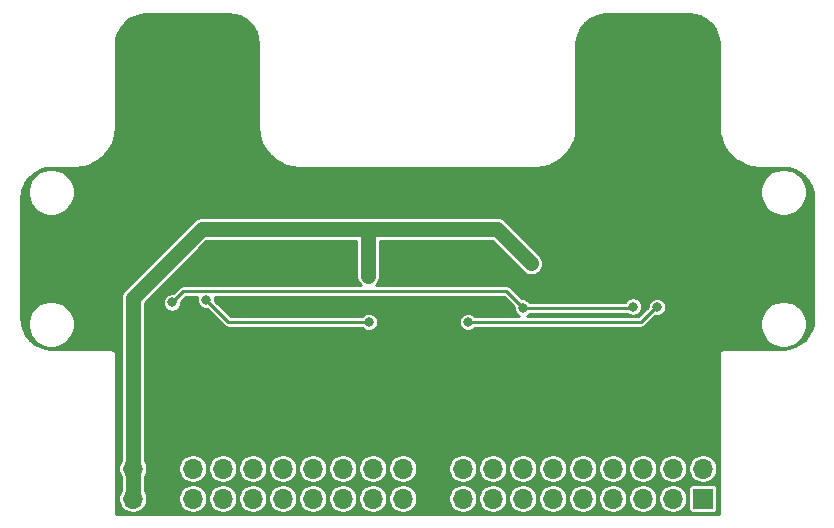
<source format=gbr>
%TF.GenerationSoftware,KiCad,Pcbnew,5.1.9-73d0e3b20d~88~ubuntu18.04.1*%
%TF.CreationDate,2020-12-28T15:28:51+08:00*%
%TF.ProjectId,DoubleCam,446f7562-6c65-4436-916d-2e6b69636164,rev?*%
%TF.SameCoordinates,Original*%
%TF.FileFunction,Copper,L2,Bot*%
%TF.FilePolarity,Positive*%
%FSLAX46Y46*%
G04 Gerber Fmt 4.6, Leading zero omitted, Abs format (unit mm)*
G04 Created by KiCad (PCBNEW 5.1.9-73d0e3b20d~88~ubuntu18.04.1) date 2020-12-28 15:28:51*
%MOMM*%
%LPD*%
G01*
G04 APERTURE LIST*
%TA.AperFunction,ComponentPad*%
%ADD10O,1.700000X1.700000*%
%TD*%
%TA.AperFunction,ComponentPad*%
%ADD11R,1.700000X1.700000*%
%TD*%
%TA.AperFunction,ViaPad*%
%ADD12C,0.304800*%
%TD*%
%TA.AperFunction,ViaPad*%
%ADD13C,0.800000*%
%TD*%
%TA.AperFunction,Conductor*%
%ADD14C,1.270000*%
%TD*%
%TA.AperFunction,Conductor*%
%ADD15C,0.250000*%
%TD*%
%TA.AperFunction,Conductor*%
%ADD16C,0.254000*%
%TD*%
%TA.AperFunction,Conductor*%
%ADD17C,0.100000*%
%TD*%
G04 APERTURE END LIST*
D10*
%TO.P,J3,40*%
%TO.N,+3V3*%
X140970000Y-92964000D03*
%TO.P,J3,39*%
X140970000Y-95504000D03*
%TO.P,J3,38*%
%TO.N,GND*%
X143510000Y-92964000D03*
%TO.P,J3,37*%
X143510000Y-95504000D03*
%TO.P,J3,36*%
%TO.N,/OV2_SCL*%
X146050000Y-92964000D03*
%TO.P,J3,35*%
%TO.N,/OV2_SDA*%
X146050000Y-95504000D03*
%TO.P,J3,34*%
%TO.N,/OV2_VSYNC*%
X148590000Y-92964000D03*
%TO.P,J3,33*%
%TO.N,/OV2_RESET*%
X148590000Y-95504000D03*
%TO.P,J3,32*%
%TO.N,/OV2_HREF*%
X151130000Y-92964000D03*
%TO.P,J3,31*%
%TO.N,/OV2_PWDN*%
X151130000Y-95504000D03*
%TO.P,J3,30*%
%TO.N,/OV2_XCLK*%
X153670000Y-92964000D03*
%TO.P,J3,29*%
%TO.N,/OV2_D7*%
X153670000Y-95504000D03*
%TO.P,J3,28*%
%TO.N,/OV2_D5*%
X156210000Y-92964000D03*
%TO.P,J3,27*%
%TO.N,/OV2_D6*%
X156210000Y-95504000D03*
%TO.P,J3,26*%
%TO.N,/OV2_D4*%
X158750000Y-92964000D03*
%TO.P,J3,25*%
%TO.N,/OV2_PCLK*%
X158750000Y-95504000D03*
%TO.P,J3,24*%
%TO.N,/OV2_D3*%
X161290000Y-92964000D03*
%TO.P,J3,23*%
%TO.N,/OV2_D0*%
X161290000Y-95504000D03*
%TO.P,J3,22*%
%TO.N,/OV2_D2*%
X163830000Y-92964000D03*
%TO.P,J3,21*%
%TO.N,/OV2_D1*%
X163830000Y-95504000D03*
%TO.P,J3,20*%
%TO.N,GND*%
X166370000Y-92964000D03*
%TO.P,J3,19*%
X166370000Y-95504000D03*
%TO.P,J3,18*%
%TO.N,/OV1_SDA*%
X168910000Y-92964000D03*
%TO.P,J3,17*%
%TO.N,/OV1_SCL*%
X168910000Y-95504000D03*
%TO.P,J3,16*%
%TO.N,/OV1_RESET*%
X171450000Y-92964000D03*
%TO.P,J3,15*%
%TO.N,/OV1_VSYNC*%
X171450000Y-95504000D03*
%TO.P,J3,14*%
%TO.N,/OV1_PWDN*%
X173990000Y-92964000D03*
%TO.P,J3,13*%
%TO.N,/OV1_HREF*%
X173990000Y-95504000D03*
%TO.P,J3,12*%
%TO.N,/OV1_D7*%
X176530000Y-92964000D03*
%TO.P,J3,11*%
%TO.N,/OV1_XCLK*%
X176530000Y-95504000D03*
%TO.P,J3,10*%
%TO.N,/OV1_D6*%
X179070000Y-92964000D03*
%TO.P,J3,9*%
%TO.N,/OV1_D5*%
X179070000Y-95504000D03*
%TO.P,J3,8*%
%TO.N,/OV1_PCLK*%
X181610000Y-92964000D03*
%TO.P,J3,7*%
%TO.N,/OV1_D4*%
X181610000Y-95504000D03*
%TO.P,J3,6*%
%TO.N,/OV1_D0*%
X184150000Y-92964000D03*
%TO.P,J3,5*%
%TO.N,/OV1_D3*%
X184150000Y-95504000D03*
%TO.P,J3,4*%
%TO.N,/OV1_D1*%
X186690000Y-92964000D03*
%TO.P,J3,3*%
%TO.N,/OV1_D2*%
X186690000Y-95504000D03*
%TO.P,J3,2*%
%TO.N,Net-(J3-Pad2)*%
X189230000Y-92964000D03*
D11*
%TO.P,J3,1*%
%TO.N,Net-(J3-Pad1)*%
X189230000Y-95504000D03*
%TD*%
D12*
%TO.N,GND*%
X142233000Y-58992000D03*
X144011000Y-58103000D03*
X145789000Y-58103000D03*
X149345000Y-58103000D03*
X148456000Y-58103000D03*
X149345000Y-59881000D03*
X144011000Y-58992000D03*
X148456000Y-59881000D03*
X146678000Y-58103000D03*
X144011000Y-59881000D03*
X144900000Y-58992000D03*
X147567000Y-58103000D03*
X143122000Y-58103000D03*
X142233000Y-59881000D03*
X147567000Y-58992000D03*
X143122000Y-58992000D03*
X144900000Y-58103000D03*
X145789000Y-59881000D03*
X142233000Y-58103000D03*
X143122000Y-59881000D03*
X146678000Y-58992000D03*
X144900000Y-59881000D03*
X147567000Y-59881000D03*
X146678000Y-59881000D03*
X148456000Y-58992000D03*
X149345000Y-58992000D03*
X145789000Y-58992000D03*
X182746000Y-59119000D03*
X184524000Y-59119000D03*
X188080000Y-59119000D03*
X187191000Y-59119000D03*
X185413000Y-59119000D03*
X186302000Y-59119000D03*
X181857000Y-59119000D03*
X183635000Y-59119000D03*
X180968000Y-59119000D03*
X182746000Y-60008000D03*
X184524000Y-60008000D03*
X188080000Y-60008000D03*
X187191000Y-60008000D03*
X185413000Y-60008000D03*
X186302000Y-60008000D03*
X181857000Y-60008000D03*
X183635000Y-60008000D03*
X180968000Y-60008000D03*
X166871000Y-70168000D03*
X163315000Y-70168000D03*
X164204000Y-70168000D03*
X165982000Y-70168000D03*
X162426000Y-70168000D03*
X165093000Y-70168000D03*
X166871000Y-71057000D03*
X163315000Y-71057000D03*
X164204000Y-71057000D03*
X165982000Y-71057000D03*
X162426000Y-71057000D03*
X165093000Y-71057000D03*
D13*
X147821000Y-75248000D03*
D12*
X162426000Y-69279000D03*
X163315000Y-69279000D03*
X164204000Y-69279000D03*
X165093000Y-69279000D03*
X165982000Y-69279000D03*
X166871000Y-69279000D03*
X180968000Y-58230000D03*
X181857000Y-58230000D03*
X182746000Y-58230000D03*
X183635000Y-58230000D03*
X184524000Y-58230000D03*
X185413000Y-58230000D03*
X186302000Y-58230000D03*
X187191000Y-58230000D03*
X188080000Y-58230000D03*
D13*
X149980000Y-76645000D03*
X188715000Y-77661000D03*
%TO.N,+3V3*%
X174700000Y-75600000D03*
X160902000Y-76645000D03*
%TO.N,+1V5*%
X144300000Y-78900000D03*
X174000000Y-79350000D03*
X183324085Y-79250471D03*
%TO.N,/OV1_XCLK*%
X169350000Y-80550000D03*
X185350000Y-79300000D03*
%TO.N,/OV2_XCLK*%
X160950000Y-80550000D03*
X147186000Y-78677000D03*
%TD*%
D14*
%TO.N,+3V3*%
X140970000Y-95504000D02*
X140970000Y-92964000D01*
X146792000Y-72708000D02*
X160902000Y-72708000D01*
X140970000Y-92964000D02*
X140970000Y-78530000D01*
X140970000Y-78530000D02*
X146792000Y-72708000D01*
X174700000Y-75600000D02*
X171808000Y-72708000D01*
X171808000Y-72708000D02*
X160902000Y-72708000D01*
X160902000Y-72708000D02*
X160902000Y-76645000D01*
D15*
%TO.N,+1V5*%
X174000000Y-79350000D02*
X183224556Y-79350000D01*
X183224556Y-79350000D02*
X183324085Y-79250471D01*
X173600001Y-78950001D02*
X174000000Y-79350000D01*
X172601998Y-77951998D02*
X173600001Y-78950001D01*
X145248002Y-77951998D02*
X172601998Y-77951998D01*
X144300000Y-78900000D02*
X145248002Y-77951998D01*
%TO.N,/OV1_XCLK*%
X185250000Y-79300000D02*
X185350000Y-79300000D01*
X169350000Y-80550000D02*
X184000000Y-80550000D01*
X184000000Y-80550000D02*
X185250000Y-79300000D01*
%TO.N,/OV2_XCLK*%
X160950000Y-80550000D02*
X149059000Y-80550000D01*
X149059000Y-80550000D02*
X147186000Y-78677000D01*
%TD*%
D16*
%TO.N,GND*%
X149548825Y-54551238D02*
X150019040Y-54693203D01*
X150452718Y-54923793D01*
X150833347Y-55234228D01*
X151146434Y-55612684D01*
X151380046Y-56044741D01*
X151525291Y-56513951D01*
X151579001Y-57024969D01*
X151579000Y-64043626D01*
X151581184Y-64065798D01*
X151581053Y-64084538D01*
X151581708Y-64091222D01*
X151642909Y-64673512D01*
X151651671Y-64716199D01*
X151659844Y-64759040D01*
X151661785Y-64765469D01*
X151834921Y-65324782D01*
X151851815Y-65364971D01*
X151868146Y-65405392D01*
X151871299Y-65411322D01*
X152149776Y-65926355D01*
X152174151Y-65962492D01*
X152198025Y-65998975D01*
X152202270Y-66004180D01*
X152575480Y-66455314D01*
X152606415Y-66486034D01*
X152636916Y-66517180D01*
X152642091Y-66521462D01*
X153095819Y-66891512D01*
X153132108Y-66915623D01*
X153168101Y-66940267D01*
X153174006Y-66943460D01*
X153174014Y-66943464D01*
X153690971Y-67218336D01*
X153731227Y-67234928D01*
X153771348Y-67252124D01*
X153777764Y-67254110D01*
X154338272Y-67423337D01*
X154381026Y-67431802D01*
X154423679Y-67440868D01*
X154430358Y-67441570D01*
X155013061Y-67498705D01*
X155013073Y-67498705D01*
X155036375Y-67501000D01*
X175083626Y-67501000D01*
X175105789Y-67498817D01*
X175124538Y-67498948D01*
X175131222Y-67498293D01*
X175713512Y-67437092D01*
X175756224Y-67428325D01*
X175799041Y-67420157D01*
X175805470Y-67418216D01*
X176364783Y-67245079D01*
X176404980Y-67228181D01*
X176445392Y-67211854D01*
X176451322Y-67208701D01*
X176966354Y-66930225D01*
X177002508Y-66905839D01*
X177038975Y-66881975D01*
X177044180Y-66877731D01*
X177495313Y-66504521D01*
X177526016Y-66473602D01*
X177557179Y-66443085D01*
X177561460Y-66437910D01*
X177931512Y-65984182D01*
X177955628Y-65947885D01*
X177980268Y-65911899D01*
X177983462Y-65905991D01*
X178258336Y-65389027D01*
X178274932Y-65348762D01*
X178292123Y-65308652D01*
X178294109Y-65302236D01*
X178463336Y-64741728D01*
X178471801Y-64698974D01*
X178480867Y-64656321D01*
X178481569Y-64649642D01*
X178538704Y-64066939D01*
X178541000Y-64043627D01*
X178541000Y-57043512D01*
X178591236Y-56531175D01*
X178733201Y-56060960D01*
X178963791Y-55627282D01*
X179274226Y-55246653D01*
X179652682Y-54933566D01*
X180084739Y-54699954D01*
X180553949Y-54554709D01*
X181064957Y-54501000D01*
X188036468Y-54501000D01*
X188548825Y-54551238D01*
X189019037Y-54693202D01*
X189452716Y-54923793D01*
X189833346Y-55234227D01*
X190146433Y-55612684D01*
X190380046Y-56044744D01*
X190525290Y-56513948D01*
X190579001Y-57024977D01*
X190579000Y-64043625D01*
X190581184Y-64065797D01*
X190581053Y-64084539D01*
X190581708Y-64091223D01*
X190642909Y-64673513D01*
X190651671Y-64716200D01*
X190659844Y-64759041D01*
X190661785Y-64765471D01*
X190834921Y-65324782D01*
X190851815Y-65364971D01*
X190868146Y-65405392D01*
X190871299Y-65411322D01*
X191149776Y-65926355D01*
X191174151Y-65962492D01*
X191198025Y-65998975D01*
X191202270Y-66004180D01*
X191575480Y-66455314D01*
X191606415Y-66486034D01*
X191636916Y-66517180D01*
X191642091Y-66521462D01*
X192095819Y-66891512D01*
X192132124Y-66915633D01*
X192168101Y-66940267D01*
X192174009Y-66943462D01*
X192690972Y-67218336D01*
X192731263Y-67234943D01*
X192771348Y-67252123D01*
X192777764Y-67254109D01*
X193338272Y-67423336D01*
X193381026Y-67431801D01*
X193423679Y-67440867D01*
X193430358Y-67441569D01*
X194013061Y-67498704D01*
X194036373Y-67501000D01*
X196036477Y-67501000D01*
X196548825Y-67551237D01*
X197019037Y-67693201D01*
X197452718Y-67923794D01*
X197833346Y-68234227D01*
X198146434Y-68612685D01*
X198380046Y-69044741D01*
X198525291Y-69513951D01*
X198579001Y-70024969D01*
X198578999Y-80266479D01*
X198528763Y-80778825D01*
X198386797Y-81249037D01*
X198156208Y-81682715D01*
X197845772Y-82063347D01*
X197467316Y-82376434D01*
X197035259Y-82610046D01*
X196566049Y-82755291D01*
X196055041Y-82809000D01*
X191083626Y-82809000D01*
X191060000Y-82806673D01*
X191032798Y-82809352D01*
X190965708Y-82815960D01*
X190875039Y-82843464D01*
X190791478Y-82888128D01*
X190718236Y-82948236D01*
X190658128Y-83021478D01*
X190613464Y-83105039D01*
X190585960Y-83195708D01*
X190576673Y-83290000D01*
X190579001Y-83313636D01*
X190579000Y-96809001D01*
X139541000Y-96808999D01*
X139541000Y-92842757D01*
X139739000Y-92842757D01*
X139739000Y-93085243D01*
X139786307Y-93323069D01*
X139879102Y-93547097D01*
X139954001Y-93659191D01*
X139954000Y-94808810D01*
X139879102Y-94920903D01*
X139786307Y-95144931D01*
X139739000Y-95382757D01*
X139739000Y-95625243D01*
X139786307Y-95863069D01*
X139879102Y-96087097D01*
X140013820Y-96288717D01*
X140185283Y-96460180D01*
X140386903Y-96594898D01*
X140610931Y-96687693D01*
X140848757Y-96735000D01*
X141091243Y-96735000D01*
X141329069Y-96687693D01*
X141553097Y-96594898D01*
X141754717Y-96460180D01*
X141926180Y-96288717D01*
X142060898Y-96087097D01*
X142153693Y-95863069D01*
X142201000Y-95625243D01*
X142201000Y-95382757D01*
X144819000Y-95382757D01*
X144819000Y-95625243D01*
X144866307Y-95863069D01*
X144959102Y-96087097D01*
X145093820Y-96288717D01*
X145265283Y-96460180D01*
X145466903Y-96594898D01*
X145690931Y-96687693D01*
X145928757Y-96735000D01*
X146171243Y-96735000D01*
X146409069Y-96687693D01*
X146633097Y-96594898D01*
X146834717Y-96460180D01*
X147006180Y-96288717D01*
X147140898Y-96087097D01*
X147233693Y-95863069D01*
X147281000Y-95625243D01*
X147281000Y-95382757D01*
X147359000Y-95382757D01*
X147359000Y-95625243D01*
X147406307Y-95863069D01*
X147499102Y-96087097D01*
X147633820Y-96288717D01*
X147805283Y-96460180D01*
X148006903Y-96594898D01*
X148230931Y-96687693D01*
X148468757Y-96735000D01*
X148711243Y-96735000D01*
X148949069Y-96687693D01*
X149173097Y-96594898D01*
X149374717Y-96460180D01*
X149546180Y-96288717D01*
X149680898Y-96087097D01*
X149773693Y-95863069D01*
X149821000Y-95625243D01*
X149821000Y-95382757D01*
X149899000Y-95382757D01*
X149899000Y-95625243D01*
X149946307Y-95863069D01*
X150039102Y-96087097D01*
X150173820Y-96288717D01*
X150345283Y-96460180D01*
X150546903Y-96594898D01*
X150770931Y-96687693D01*
X151008757Y-96735000D01*
X151251243Y-96735000D01*
X151489069Y-96687693D01*
X151713097Y-96594898D01*
X151914717Y-96460180D01*
X152086180Y-96288717D01*
X152220898Y-96087097D01*
X152313693Y-95863069D01*
X152361000Y-95625243D01*
X152361000Y-95382757D01*
X152439000Y-95382757D01*
X152439000Y-95625243D01*
X152486307Y-95863069D01*
X152579102Y-96087097D01*
X152713820Y-96288717D01*
X152885283Y-96460180D01*
X153086903Y-96594898D01*
X153310931Y-96687693D01*
X153548757Y-96735000D01*
X153791243Y-96735000D01*
X154029069Y-96687693D01*
X154253097Y-96594898D01*
X154454717Y-96460180D01*
X154626180Y-96288717D01*
X154760898Y-96087097D01*
X154853693Y-95863069D01*
X154901000Y-95625243D01*
X154901000Y-95382757D01*
X154979000Y-95382757D01*
X154979000Y-95625243D01*
X155026307Y-95863069D01*
X155119102Y-96087097D01*
X155253820Y-96288717D01*
X155425283Y-96460180D01*
X155626903Y-96594898D01*
X155850931Y-96687693D01*
X156088757Y-96735000D01*
X156331243Y-96735000D01*
X156569069Y-96687693D01*
X156793097Y-96594898D01*
X156994717Y-96460180D01*
X157166180Y-96288717D01*
X157300898Y-96087097D01*
X157393693Y-95863069D01*
X157441000Y-95625243D01*
X157441000Y-95382757D01*
X157519000Y-95382757D01*
X157519000Y-95625243D01*
X157566307Y-95863069D01*
X157659102Y-96087097D01*
X157793820Y-96288717D01*
X157965283Y-96460180D01*
X158166903Y-96594898D01*
X158390931Y-96687693D01*
X158628757Y-96735000D01*
X158871243Y-96735000D01*
X159109069Y-96687693D01*
X159333097Y-96594898D01*
X159534717Y-96460180D01*
X159706180Y-96288717D01*
X159840898Y-96087097D01*
X159933693Y-95863069D01*
X159981000Y-95625243D01*
X159981000Y-95382757D01*
X160059000Y-95382757D01*
X160059000Y-95625243D01*
X160106307Y-95863069D01*
X160199102Y-96087097D01*
X160333820Y-96288717D01*
X160505283Y-96460180D01*
X160706903Y-96594898D01*
X160930931Y-96687693D01*
X161168757Y-96735000D01*
X161411243Y-96735000D01*
X161649069Y-96687693D01*
X161873097Y-96594898D01*
X162074717Y-96460180D01*
X162246180Y-96288717D01*
X162380898Y-96087097D01*
X162473693Y-95863069D01*
X162521000Y-95625243D01*
X162521000Y-95382757D01*
X162599000Y-95382757D01*
X162599000Y-95625243D01*
X162646307Y-95863069D01*
X162739102Y-96087097D01*
X162873820Y-96288717D01*
X163045283Y-96460180D01*
X163246903Y-96594898D01*
X163470931Y-96687693D01*
X163708757Y-96735000D01*
X163951243Y-96735000D01*
X164189069Y-96687693D01*
X164413097Y-96594898D01*
X164614717Y-96460180D01*
X164786180Y-96288717D01*
X164920898Y-96087097D01*
X165013693Y-95863069D01*
X165061000Y-95625243D01*
X165061000Y-95382757D01*
X167679000Y-95382757D01*
X167679000Y-95625243D01*
X167726307Y-95863069D01*
X167819102Y-96087097D01*
X167953820Y-96288717D01*
X168125283Y-96460180D01*
X168326903Y-96594898D01*
X168550931Y-96687693D01*
X168788757Y-96735000D01*
X169031243Y-96735000D01*
X169269069Y-96687693D01*
X169493097Y-96594898D01*
X169694717Y-96460180D01*
X169866180Y-96288717D01*
X170000898Y-96087097D01*
X170093693Y-95863069D01*
X170141000Y-95625243D01*
X170141000Y-95382757D01*
X170219000Y-95382757D01*
X170219000Y-95625243D01*
X170266307Y-95863069D01*
X170359102Y-96087097D01*
X170493820Y-96288717D01*
X170665283Y-96460180D01*
X170866903Y-96594898D01*
X171090931Y-96687693D01*
X171328757Y-96735000D01*
X171571243Y-96735000D01*
X171809069Y-96687693D01*
X172033097Y-96594898D01*
X172234717Y-96460180D01*
X172406180Y-96288717D01*
X172540898Y-96087097D01*
X172633693Y-95863069D01*
X172681000Y-95625243D01*
X172681000Y-95382757D01*
X172759000Y-95382757D01*
X172759000Y-95625243D01*
X172806307Y-95863069D01*
X172899102Y-96087097D01*
X173033820Y-96288717D01*
X173205283Y-96460180D01*
X173406903Y-96594898D01*
X173630931Y-96687693D01*
X173868757Y-96735000D01*
X174111243Y-96735000D01*
X174349069Y-96687693D01*
X174573097Y-96594898D01*
X174774717Y-96460180D01*
X174946180Y-96288717D01*
X175080898Y-96087097D01*
X175173693Y-95863069D01*
X175221000Y-95625243D01*
X175221000Y-95382757D01*
X175299000Y-95382757D01*
X175299000Y-95625243D01*
X175346307Y-95863069D01*
X175439102Y-96087097D01*
X175573820Y-96288717D01*
X175745283Y-96460180D01*
X175946903Y-96594898D01*
X176170931Y-96687693D01*
X176408757Y-96735000D01*
X176651243Y-96735000D01*
X176889069Y-96687693D01*
X177113097Y-96594898D01*
X177314717Y-96460180D01*
X177486180Y-96288717D01*
X177620898Y-96087097D01*
X177713693Y-95863069D01*
X177761000Y-95625243D01*
X177761000Y-95382757D01*
X177839000Y-95382757D01*
X177839000Y-95625243D01*
X177886307Y-95863069D01*
X177979102Y-96087097D01*
X178113820Y-96288717D01*
X178285283Y-96460180D01*
X178486903Y-96594898D01*
X178710931Y-96687693D01*
X178948757Y-96735000D01*
X179191243Y-96735000D01*
X179429069Y-96687693D01*
X179653097Y-96594898D01*
X179854717Y-96460180D01*
X180026180Y-96288717D01*
X180160898Y-96087097D01*
X180253693Y-95863069D01*
X180301000Y-95625243D01*
X180301000Y-95382757D01*
X180379000Y-95382757D01*
X180379000Y-95625243D01*
X180426307Y-95863069D01*
X180519102Y-96087097D01*
X180653820Y-96288717D01*
X180825283Y-96460180D01*
X181026903Y-96594898D01*
X181250931Y-96687693D01*
X181488757Y-96735000D01*
X181731243Y-96735000D01*
X181969069Y-96687693D01*
X182193097Y-96594898D01*
X182394717Y-96460180D01*
X182566180Y-96288717D01*
X182700898Y-96087097D01*
X182793693Y-95863069D01*
X182841000Y-95625243D01*
X182841000Y-95382757D01*
X182919000Y-95382757D01*
X182919000Y-95625243D01*
X182966307Y-95863069D01*
X183059102Y-96087097D01*
X183193820Y-96288717D01*
X183365283Y-96460180D01*
X183566903Y-96594898D01*
X183790931Y-96687693D01*
X184028757Y-96735000D01*
X184271243Y-96735000D01*
X184509069Y-96687693D01*
X184733097Y-96594898D01*
X184934717Y-96460180D01*
X185106180Y-96288717D01*
X185240898Y-96087097D01*
X185333693Y-95863069D01*
X185381000Y-95625243D01*
X185381000Y-95382757D01*
X185459000Y-95382757D01*
X185459000Y-95625243D01*
X185506307Y-95863069D01*
X185599102Y-96087097D01*
X185733820Y-96288717D01*
X185905283Y-96460180D01*
X186106903Y-96594898D01*
X186330931Y-96687693D01*
X186568757Y-96735000D01*
X186811243Y-96735000D01*
X187049069Y-96687693D01*
X187273097Y-96594898D01*
X187474717Y-96460180D01*
X187646180Y-96288717D01*
X187780898Y-96087097D01*
X187873693Y-95863069D01*
X187921000Y-95625243D01*
X187921000Y-95382757D01*
X187873693Y-95144931D01*
X187780898Y-94920903D01*
X187646180Y-94719283D01*
X187580897Y-94654000D01*
X187997157Y-94654000D01*
X187997157Y-96354000D01*
X188004513Y-96428689D01*
X188026299Y-96500508D01*
X188061678Y-96566696D01*
X188109289Y-96624711D01*
X188167304Y-96672322D01*
X188233492Y-96707701D01*
X188305311Y-96729487D01*
X188380000Y-96736843D01*
X190080000Y-96736843D01*
X190154689Y-96729487D01*
X190226508Y-96707701D01*
X190292696Y-96672322D01*
X190350711Y-96624711D01*
X190398322Y-96566696D01*
X190433701Y-96500508D01*
X190455487Y-96428689D01*
X190462843Y-96354000D01*
X190462843Y-94654000D01*
X190455487Y-94579311D01*
X190433701Y-94507492D01*
X190398322Y-94441304D01*
X190350711Y-94383289D01*
X190292696Y-94335678D01*
X190226508Y-94300299D01*
X190154689Y-94278513D01*
X190080000Y-94271157D01*
X188380000Y-94271157D01*
X188305311Y-94278513D01*
X188233492Y-94300299D01*
X188167304Y-94335678D01*
X188109289Y-94383289D01*
X188061678Y-94441304D01*
X188026299Y-94507492D01*
X188004513Y-94579311D01*
X187997157Y-94654000D01*
X187580897Y-94654000D01*
X187474717Y-94547820D01*
X187273097Y-94413102D01*
X187049069Y-94320307D01*
X186811243Y-94273000D01*
X186568757Y-94273000D01*
X186330931Y-94320307D01*
X186106903Y-94413102D01*
X185905283Y-94547820D01*
X185733820Y-94719283D01*
X185599102Y-94920903D01*
X185506307Y-95144931D01*
X185459000Y-95382757D01*
X185381000Y-95382757D01*
X185333693Y-95144931D01*
X185240898Y-94920903D01*
X185106180Y-94719283D01*
X184934717Y-94547820D01*
X184733097Y-94413102D01*
X184509069Y-94320307D01*
X184271243Y-94273000D01*
X184028757Y-94273000D01*
X183790931Y-94320307D01*
X183566903Y-94413102D01*
X183365283Y-94547820D01*
X183193820Y-94719283D01*
X183059102Y-94920903D01*
X182966307Y-95144931D01*
X182919000Y-95382757D01*
X182841000Y-95382757D01*
X182793693Y-95144931D01*
X182700898Y-94920903D01*
X182566180Y-94719283D01*
X182394717Y-94547820D01*
X182193097Y-94413102D01*
X181969069Y-94320307D01*
X181731243Y-94273000D01*
X181488757Y-94273000D01*
X181250931Y-94320307D01*
X181026903Y-94413102D01*
X180825283Y-94547820D01*
X180653820Y-94719283D01*
X180519102Y-94920903D01*
X180426307Y-95144931D01*
X180379000Y-95382757D01*
X180301000Y-95382757D01*
X180253693Y-95144931D01*
X180160898Y-94920903D01*
X180026180Y-94719283D01*
X179854717Y-94547820D01*
X179653097Y-94413102D01*
X179429069Y-94320307D01*
X179191243Y-94273000D01*
X178948757Y-94273000D01*
X178710931Y-94320307D01*
X178486903Y-94413102D01*
X178285283Y-94547820D01*
X178113820Y-94719283D01*
X177979102Y-94920903D01*
X177886307Y-95144931D01*
X177839000Y-95382757D01*
X177761000Y-95382757D01*
X177713693Y-95144931D01*
X177620898Y-94920903D01*
X177486180Y-94719283D01*
X177314717Y-94547820D01*
X177113097Y-94413102D01*
X176889069Y-94320307D01*
X176651243Y-94273000D01*
X176408757Y-94273000D01*
X176170931Y-94320307D01*
X175946903Y-94413102D01*
X175745283Y-94547820D01*
X175573820Y-94719283D01*
X175439102Y-94920903D01*
X175346307Y-95144931D01*
X175299000Y-95382757D01*
X175221000Y-95382757D01*
X175173693Y-95144931D01*
X175080898Y-94920903D01*
X174946180Y-94719283D01*
X174774717Y-94547820D01*
X174573097Y-94413102D01*
X174349069Y-94320307D01*
X174111243Y-94273000D01*
X173868757Y-94273000D01*
X173630931Y-94320307D01*
X173406903Y-94413102D01*
X173205283Y-94547820D01*
X173033820Y-94719283D01*
X172899102Y-94920903D01*
X172806307Y-95144931D01*
X172759000Y-95382757D01*
X172681000Y-95382757D01*
X172633693Y-95144931D01*
X172540898Y-94920903D01*
X172406180Y-94719283D01*
X172234717Y-94547820D01*
X172033097Y-94413102D01*
X171809069Y-94320307D01*
X171571243Y-94273000D01*
X171328757Y-94273000D01*
X171090931Y-94320307D01*
X170866903Y-94413102D01*
X170665283Y-94547820D01*
X170493820Y-94719283D01*
X170359102Y-94920903D01*
X170266307Y-95144931D01*
X170219000Y-95382757D01*
X170141000Y-95382757D01*
X170093693Y-95144931D01*
X170000898Y-94920903D01*
X169866180Y-94719283D01*
X169694717Y-94547820D01*
X169493097Y-94413102D01*
X169269069Y-94320307D01*
X169031243Y-94273000D01*
X168788757Y-94273000D01*
X168550931Y-94320307D01*
X168326903Y-94413102D01*
X168125283Y-94547820D01*
X167953820Y-94719283D01*
X167819102Y-94920903D01*
X167726307Y-95144931D01*
X167679000Y-95382757D01*
X165061000Y-95382757D01*
X165013693Y-95144931D01*
X164920898Y-94920903D01*
X164786180Y-94719283D01*
X164614717Y-94547820D01*
X164413097Y-94413102D01*
X164189069Y-94320307D01*
X163951243Y-94273000D01*
X163708757Y-94273000D01*
X163470931Y-94320307D01*
X163246903Y-94413102D01*
X163045283Y-94547820D01*
X162873820Y-94719283D01*
X162739102Y-94920903D01*
X162646307Y-95144931D01*
X162599000Y-95382757D01*
X162521000Y-95382757D01*
X162473693Y-95144931D01*
X162380898Y-94920903D01*
X162246180Y-94719283D01*
X162074717Y-94547820D01*
X161873097Y-94413102D01*
X161649069Y-94320307D01*
X161411243Y-94273000D01*
X161168757Y-94273000D01*
X160930931Y-94320307D01*
X160706903Y-94413102D01*
X160505283Y-94547820D01*
X160333820Y-94719283D01*
X160199102Y-94920903D01*
X160106307Y-95144931D01*
X160059000Y-95382757D01*
X159981000Y-95382757D01*
X159933693Y-95144931D01*
X159840898Y-94920903D01*
X159706180Y-94719283D01*
X159534717Y-94547820D01*
X159333097Y-94413102D01*
X159109069Y-94320307D01*
X158871243Y-94273000D01*
X158628757Y-94273000D01*
X158390931Y-94320307D01*
X158166903Y-94413102D01*
X157965283Y-94547820D01*
X157793820Y-94719283D01*
X157659102Y-94920903D01*
X157566307Y-95144931D01*
X157519000Y-95382757D01*
X157441000Y-95382757D01*
X157393693Y-95144931D01*
X157300898Y-94920903D01*
X157166180Y-94719283D01*
X156994717Y-94547820D01*
X156793097Y-94413102D01*
X156569069Y-94320307D01*
X156331243Y-94273000D01*
X156088757Y-94273000D01*
X155850931Y-94320307D01*
X155626903Y-94413102D01*
X155425283Y-94547820D01*
X155253820Y-94719283D01*
X155119102Y-94920903D01*
X155026307Y-95144931D01*
X154979000Y-95382757D01*
X154901000Y-95382757D01*
X154853693Y-95144931D01*
X154760898Y-94920903D01*
X154626180Y-94719283D01*
X154454717Y-94547820D01*
X154253097Y-94413102D01*
X154029069Y-94320307D01*
X153791243Y-94273000D01*
X153548757Y-94273000D01*
X153310931Y-94320307D01*
X153086903Y-94413102D01*
X152885283Y-94547820D01*
X152713820Y-94719283D01*
X152579102Y-94920903D01*
X152486307Y-95144931D01*
X152439000Y-95382757D01*
X152361000Y-95382757D01*
X152313693Y-95144931D01*
X152220898Y-94920903D01*
X152086180Y-94719283D01*
X151914717Y-94547820D01*
X151713097Y-94413102D01*
X151489069Y-94320307D01*
X151251243Y-94273000D01*
X151008757Y-94273000D01*
X150770931Y-94320307D01*
X150546903Y-94413102D01*
X150345283Y-94547820D01*
X150173820Y-94719283D01*
X150039102Y-94920903D01*
X149946307Y-95144931D01*
X149899000Y-95382757D01*
X149821000Y-95382757D01*
X149773693Y-95144931D01*
X149680898Y-94920903D01*
X149546180Y-94719283D01*
X149374717Y-94547820D01*
X149173097Y-94413102D01*
X148949069Y-94320307D01*
X148711243Y-94273000D01*
X148468757Y-94273000D01*
X148230931Y-94320307D01*
X148006903Y-94413102D01*
X147805283Y-94547820D01*
X147633820Y-94719283D01*
X147499102Y-94920903D01*
X147406307Y-95144931D01*
X147359000Y-95382757D01*
X147281000Y-95382757D01*
X147233693Y-95144931D01*
X147140898Y-94920903D01*
X147006180Y-94719283D01*
X146834717Y-94547820D01*
X146633097Y-94413102D01*
X146409069Y-94320307D01*
X146171243Y-94273000D01*
X145928757Y-94273000D01*
X145690931Y-94320307D01*
X145466903Y-94413102D01*
X145265283Y-94547820D01*
X145093820Y-94719283D01*
X144959102Y-94920903D01*
X144866307Y-95144931D01*
X144819000Y-95382757D01*
X142201000Y-95382757D01*
X142153693Y-95144931D01*
X142060898Y-94920903D01*
X141986000Y-94808810D01*
X141986000Y-93659190D01*
X142060898Y-93547097D01*
X142153693Y-93323069D01*
X142201000Y-93085243D01*
X142201000Y-92842757D01*
X144819000Y-92842757D01*
X144819000Y-93085243D01*
X144866307Y-93323069D01*
X144959102Y-93547097D01*
X145093820Y-93748717D01*
X145265283Y-93920180D01*
X145466903Y-94054898D01*
X145690931Y-94147693D01*
X145928757Y-94195000D01*
X146171243Y-94195000D01*
X146409069Y-94147693D01*
X146633097Y-94054898D01*
X146834717Y-93920180D01*
X147006180Y-93748717D01*
X147140898Y-93547097D01*
X147233693Y-93323069D01*
X147281000Y-93085243D01*
X147281000Y-92842757D01*
X147359000Y-92842757D01*
X147359000Y-93085243D01*
X147406307Y-93323069D01*
X147499102Y-93547097D01*
X147633820Y-93748717D01*
X147805283Y-93920180D01*
X148006903Y-94054898D01*
X148230931Y-94147693D01*
X148468757Y-94195000D01*
X148711243Y-94195000D01*
X148949069Y-94147693D01*
X149173097Y-94054898D01*
X149374717Y-93920180D01*
X149546180Y-93748717D01*
X149680898Y-93547097D01*
X149773693Y-93323069D01*
X149821000Y-93085243D01*
X149821000Y-92842757D01*
X149899000Y-92842757D01*
X149899000Y-93085243D01*
X149946307Y-93323069D01*
X150039102Y-93547097D01*
X150173820Y-93748717D01*
X150345283Y-93920180D01*
X150546903Y-94054898D01*
X150770931Y-94147693D01*
X151008757Y-94195000D01*
X151251243Y-94195000D01*
X151489069Y-94147693D01*
X151713097Y-94054898D01*
X151914717Y-93920180D01*
X152086180Y-93748717D01*
X152220898Y-93547097D01*
X152313693Y-93323069D01*
X152361000Y-93085243D01*
X152361000Y-92842757D01*
X152439000Y-92842757D01*
X152439000Y-93085243D01*
X152486307Y-93323069D01*
X152579102Y-93547097D01*
X152713820Y-93748717D01*
X152885283Y-93920180D01*
X153086903Y-94054898D01*
X153310931Y-94147693D01*
X153548757Y-94195000D01*
X153791243Y-94195000D01*
X154029069Y-94147693D01*
X154253097Y-94054898D01*
X154454717Y-93920180D01*
X154626180Y-93748717D01*
X154760898Y-93547097D01*
X154853693Y-93323069D01*
X154901000Y-93085243D01*
X154901000Y-92842757D01*
X154979000Y-92842757D01*
X154979000Y-93085243D01*
X155026307Y-93323069D01*
X155119102Y-93547097D01*
X155253820Y-93748717D01*
X155425283Y-93920180D01*
X155626903Y-94054898D01*
X155850931Y-94147693D01*
X156088757Y-94195000D01*
X156331243Y-94195000D01*
X156569069Y-94147693D01*
X156793097Y-94054898D01*
X156994717Y-93920180D01*
X157166180Y-93748717D01*
X157300898Y-93547097D01*
X157393693Y-93323069D01*
X157441000Y-93085243D01*
X157441000Y-92842757D01*
X157519000Y-92842757D01*
X157519000Y-93085243D01*
X157566307Y-93323069D01*
X157659102Y-93547097D01*
X157793820Y-93748717D01*
X157965283Y-93920180D01*
X158166903Y-94054898D01*
X158390931Y-94147693D01*
X158628757Y-94195000D01*
X158871243Y-94195000D01*
X159109069Y-94147693D01*
X159333097Y-94054898D01*
X159534717Y-93920180D01*
X159706180Y-93748717D01*
X159840898Y-93547097D01*
X159933693Y-93323069D01*
X159981000Y-93085243D01*
X159981000Y-92842757D01*
X160059000Y-92842757D01*
X160059000Y-93085243D01*
X160106307Y-93323069D01*
X160199102Y-93547097D01*
X160333820Y-93748717D01*
X160505283Y-93920180D01*
X160706903Y-94054898D01*
X160930931Y-94147693D01*
X161168757Y-94195000D01*
X161411243Y-94195000D01*
X161649069Y-94147693D01*
X161873097Y-94054898D01*
X162074717Y-93920180D01*
X162246180Y-93748717D01*
X162380898Y-93547097D01*
X162473693Y-93323069D01*
X162521000Y-93085243D01*
X162521000Y-92842757D01*
X162599000Y-92842757D01*
X162599000Y-93085243D01*
X162646307Y-93323069D01*
X162739102Y-93547097D01*
X162873820Y-93748717D01*
X163045283Y-93920180D01*
X163246903Y-94054898D01*
X163470931Y-94147693D01*
X163708757Y-94195000D01*
X163951243Y-94195000D01*
X164189069Y-94147693D01*
X164413097Y-94054898D01*
X164614717Y-93920180D01*
X164786180Y-93748717D01*
X164920898Y-93547097D01*
X165013693Y-93323069D01*
X165061000Y-93085243D01*
X165061000Y-92842757D01*
X167679000Y-92842757D01*
X167679000Y-93085243D01*
X167726307Y-93323069D01*
X167819102Y-93547097D01*
X167953820Y-93748717D01*
X168125283Y-93920180D01*
X168326903Y-94054898D01*
X168550931Y-94147693D01*
X168788757Y-94195000D01*
X169031243Y-94195000D01*
X169269069Y-94147693D01*
X169493097Y-94054898D01*
X169694717Y-93920180D01*
X169866180Y-93748717D01*
X170000898Y-93547097D01*
X170093693Y-93323069D01*
X170141000Y-93085243D01*
X170141000Y-92842757D01*
X170219000Y-92842757D01*
X170219000Y-93085243D01*
X170266307Y-93323069D01*
X170359102Y-93547097D01*
X170493820Y-93748717D01*
X170665283Y-93920180D01*
X170866903Y-94054898D01*
X171090931Y-94147693D01*
X171328757Y-94195000D01*
X171571243Y-94195000D01*
X171809069Y-94147693D01*
X172033097Y-94054898D01*
X172234717Y-93920180D01*
X172406180Y-93748717D01*
X172540898Y-93547097D01*
X172633693Y-93323069D01*
X172681000Y-93085243D01*
X172681000Y-92842757D01*
X172759000Y-92842757D01*
X172759000Y-93085243D01*
X172806307Y-93323069D01*
X172899102Y-93547097D01*
X173033820Y-93748717D01*
X173205283Y-93920180D01*
X173406903Y-94054898D01*
X173630931Y-94147693D01*
X173868757Y-94195000D01*
X174111243Y-94195000D01*
X174349069Y-94147693D01*
X174573097Y-94054898D01*
X174774717Y-93920180D01*
X174946180Y-93748717D01*
X175080898Y-93547097D01*
X175173693Y-93323069D01*
X175221000Y-93085243D01*
X175221000Y-92842757D01*
X175299000Y-92842757D01*
X175299000Y-93085243D01*
X175346307Y-93323069D01*
X175439102Y-93547097D01*
X175573820Y-93748717D01*
X175745283Y-93920180D01*
X175946903Y-94054898D01*
X176170931Y-94147693D01*
X176408757Y-94195000D01*
X176651243Y-94195000D01*
X176889069Y-94147693D01*
X177113097Y-94054898D01*
X177314717Y-93920180D01*
X177486180Y-93748717D01*
X177620898Y-93547097D01*
X177713693Y-93323069D01*
X177761000Y-93085243D01*
X177761000Y-92842757D01*
X177839000Y-92842757D01*
X177839000Y-93085243D01*
X177886307Y-93323069D01*
X177979102Y-93547097D01*
X178113820Y-93748717D01*
X178285283Y-93920180D01*
X178486903Y-94054898D01*
X178710931Y-94147693D01*
X178948757Y-94195000D01*
X179191243Y-94195000D01*
X179429069Y-94147693D01*
X179653097Y-94054898D01*
X179854717Y-93920180D01*
X180026180Y-93748717D01*
X180160898Y-93547097D01*
X180253693Y-93323069D01*
X180301000Y-93085243D01*
X180301000Y-92842757D01*
X180379000Y-92842757D01*
X180379000Y-93085243D01*
X180426307Y-93323069D01*
X180519102Y-93547097D01*
X180653820Y-93748717D01*
X180825283Y-93920180D01*
X181026903Y-94054898D01*
X181250931Y-94147693D01*
X181488757Y-94195000D01*
X181731243Y-94195000D01*
X181969069Y-94147693D01*
X182193097Y-94054898D01*
X182394717Y-93920180D01*
X182566180Y-93748717D01*
X182700898Y-93547097D01*
X182793693Y-93323069D01*
X182841000Y-93085243D01*
X182841000Y-92842757D01*
X182919000Y-92842757D01*
X182919000Y-93085243D01*
X182966307Y-93323069D01*
X183059102Y-93547097D01*
X183193820Y-93748717D01*
X183365283Y-93920180D01*
X183566903Y-94054898D01*
X183790931Y-94147693D01*
X184028757Y-94195000D01*
X184271243Y-94195000D01*
X184509069Y-94147693D01*
X184733097Y-94054898D01*
X184934717Y-93920180D01*
X185106180Y-93748717D01*
X185240898Y-93547097D01*
X185333693Y-93323069D01*
X185381000Y-93085243D01*
X185381000Y-92842757D01*
X185459000Y-92842757D01*
X185459000Y-93085243D01*
X185506307Y-93323069D01*
X185599102Y-93547097D01*
X185733820Y-93748717D01*
X185905283Y-93920180D01*
X186106903Y-94054898D01*
X186330931Y-94147693D01*
X186568757Y-94195000D01*
X186811243Y-94195000D01*
X187049069Y-94147693D01*
X187273097Y-94054898D01*
X187474717Y-93920180D01*
X187646180Y-93748717D01*
X187780898Y-93547097D01*
X187873693Y-93323069D01*
X187921000Y-93085243D01*
X187921000Y-92842757D01*
X187999000Y-92842757D01*
X187999000Y-93085243D01*
X188046307Y-93323069D01*
X188139102Y-93547097D01*
X188273820Y-93748717D01*
X188445283Y-93920180D01*
X188646903Y-94054898D01*
X188870931Y-94147693D01*
X189108757Y-94195000D01*
X189351243Y-94195000D01*
X189589069Y-94147693D01*
X189813097Y-94054898D01*
X190014717Y-93920180D01*
X190186180Y-93748717D01*
X190320898Y-93547097D01*
X190413693Y-93323069D01*
X190461000Y-93085243D01*
X190461000Y-92842757D01*
X190413693Y-92604931D01*
X190320898Y-92380903D01*
X190186180Y-92179283D01*
X190014717Y-92007820D01*
X189813097Y-91873102D01*
X189589069Y-91780307D01*
X189351243Y-91733000D01*
X189108757Y-91733000D01*
X188870931Y-91780307D01*
X188646903Y-91873102D01*
X188445283Y-92007820D01*
X188273820Y-92179283D01*
X188139102Y-92380903D01*
X188046307Y-92604931D01*
X187999000Y-92842757D01*
X187921000Y-92842757D01*
X187873693Y-92604931D01*
X187780898Y-92380903D01*
X187646180Y-92179283D01*
X187474717Y-92007820D01*
X187273097Y-91873102D01*
X187049069Y-91780307D01*
X186811243Y-91733000D01*
X186568757Y-91733000D01*
X186330931Y-91780307D01*
X186106903Y-91873102D01*
X185905283Y-92007820D01*
X185733820Y-92179283D01*
X185599102Y-92380903D01*
X185506307Y-92604931D01*
X185459000Y-92842757D01*
X185381000Y-92842757D01*
X185333693Y-92604931D01*
X185240898Y-92380903D01*
X185106180Y-92179283D01*
X184934717Y-92007820D01*
X184733097Y-91873102D01*
X184509069Y-91780307D01*
X184271243Y-91733000D01*
X184028757Y-91733000D01*
X183790931Y-91780307D01*
X183566903Y-91873102D01*
X183365283Y-92007820D01*
X183193820Y-92179283D01*
X183059102Y-92380903D01*
X182966307Y-92604931D01*
X182919000Y-92842757D01*
X182841000Y-92842757D01*
X182793693Y-92604931D01*
X182700898Y-92380903D01*
X182566180Y-92179283D01*
X182394717Y-92007820D01*
X182193097Y-91873102D01*
X181969069Y-91780307D01*
X181731243Y-91733000D01*
X181488757Y-91733000D01*
X181250931Y-91780307D01*
X181026903Y-91873102D01*
X180825283Y-92007820D01*
X180653820Y-92179283D01*
X180519102Y-92380903D01*
X180426307Y-92604931D01*
X180379000Y-92842757D01*
X180301000Y-92842757D01*
X180253693Y-92604931D01*
X180160898Y-92380903D01*
X180026180Y-92179283D01*
X179854717Y-92007820D01*
X179653097Y-91873102D01*
X179429069Y-91780307D01*
X179191243Y-91733000D01*
X178948757Y-91733000D01*
X178710931Y-91780307D01*
X178486903Y-91873102D01*
X178285283Y-92007820D01*
X178113820Y-92179283D01*
X177979102Y-92380903D01*
X177886307Y-92604931D01*
X177839000Y-92842757D01*
X177761000Y-92842757D01*
X177713693Y-92604931D01*
X177620898Y-92380903D01*
X177486180Y-92179283D01*
X177314717Y-92007820D01*
X177113097Y-91873102D01*
X176889069Y-91780307D01*
X176651243Y-91733000D01*
X176408757Y-91733000D01*
X176170931Y-91780307D01*
X175946903Y-91873102D01*
X175745283Y-92007820D01*
X175573820Y-92179283D01*
X175439102Y-92380903D01*
X175346307Y-92604931D01*
X175299000Y-92842757D01*
X175221000Y-92842757D01*
X175173693Y-92604931D01*
X175080898Y-92380903D01*
X174946180Y-92179283D01*
X174774717Y-92007820D01*
X174573097Y-91873102D01*
X174349069Y-91780307D01*
X174111243Y-91733000D01*
X173868757Y-91733000D01*
X173630931Y-91780307D01*
X173406903Y-91873102D01*
X173205283Y-92007820D01*
X173033820Y-92179283D01*
X172899102Y-92380903D01*
X172806307Y-92604931D01*
X172759000Y-92842757D01*
X172681000Y-92842757D01*
X172633693Y-92604931D01*
X172540898Y-92380903D01*
X172406180Y-92179283D01*
X172234717Y-92007820D01*
X172033097Y-91873102D01*
X171809069Y-91780307D01*
X171571243Y-91733000D01*
X171328757Y-91733000D01*
X171090931Y-91780307D01*
X170866903Y-91873102D01*
X170665283Y-92007820D01*
X170493820Y-92179283D01*
X170359102Y-92380903D01*
X170266307Y-92604931D01*
X170219000Y-92842757D01*
X170141000Y-92842757D01*
X170093693Y-92604931D01*
X170000898Y-92380903D01*
X169866180Y-92179283D01*
X169694717Y-92007820D01*
X169493097Y-91873102D01*
X169269069Y-91780307D01*
X169031243Y-91733000D01*
X168788757Y-91733000D01*
X168550931Y-91780307D01*
X168326903Y-91873102D01*
X168125283Y-92007820D01*
X167953820Y-92179283D01*
X167819102Y-92380903D01*
X167726307Y-92604931D01*
X167679000Y-92842757D01*
X165061000Y-92842757D01*
X165013693Y-92604931D01*
X164920898Y-92380903D01*
X164786180Y-92179283D01*
X164614717Y-92007820D01*
X164413097Y-91873102D01*
X164189069Y-91780307D01*
X163951243Y-91733000D01*
X163708757Y-91733000D01*
X163470931Y-91780307D01*
X163246903Y-91873102D01*
X163045283Y-92007820D01*
X162873820Y-92179283D01*
X162739102Y-92380903D01*
X162646307Y-92604931D01*
X162599000Y-92842757D01*
X162521000Y-92842757D01*
X162473693Y-92604931D01*
X162380898Y-92380903D01*
X162246180Y-92179283D01*
X162074717Y-92007820D01*
X161873097Y-91873102D01*
X161649069Y-91780307D01*
X161411243Y-91733000D01*
X161168757Y-91733000D01*
X160930931Y-91780307D01*
X160706903Y-91873102D01*
X160505283Y-92007820D01*
X160333820Y-92179283D01*
X160199102Y-92380903D01*
X160106307Y-92604931D01*
X160059000Y-92842757D01*
X159981000Y-92842757D01*
X159933693Y-92604931D01*
X159840898Y-92380903D01*
X159706180Y-92179283D01*
X159534717Y-92007820D01*
X159333097Y-91873102D01*
X159109069Y-91780307D01*
X158871243Y-91733000D01*
X158628757Y-91733000D01*
X158390931Y-91780307D01*
X158166903Y-91873102D01*
X157965283Y-92007820D01*
X157793820Y-92179283D01*
X157659102Y-92380903D01*
X157566307Y-92604931D01*
X157519000Y-92842757D01*
X157441000Y-92842757D01*
X157393693Y-92604931D01*
X157300898Y-92380903D01*
X157166180Y-92179283D01*
X156994717Y-92007820D01*
X156793097Y-91873102D01*
X156569069Y-91780307D01*
X156331243Y-91733000D01*
X156088757Y-91733000D01*
X155850931Y-91780307D01*
X155626903Y-91873102D01*
X155425283Y-92007820D01*
X155253820Y-92179283D01*
X155119102Y-92380903D01*
X155026307Y-92604931D01*
X154979000Y-92842757D01*
X154901000Y-92842757D01*
X154853693Y-92604931D01*
X154760898Y-92380903D01*
X154626180Y-92179283D01*
X154454717Y-92007820D01*
X154253097Y-91873102D01*
X154029069Y-91780307D01*
X153791243Y-91733000D01*
X153548757Y-91733000D01*
X153310931Y-91780307D01*
X153086903Y-91873102D01*
X152885283Y-92007820D01*
X152713820Y-92179283D01*
X152579102Y-92380903D01*
X152486307Y-92604931D01*
X152439000Y-92842757D01*
X152361000Y-92842757D01*
X152313693Y-92604931D01*
X152220898Y-92380903D01*
X152086180Y-92179283D01*
X151914717Y-92007820D01*
X151713097Y-91873102D01*
X151489069Y-91780307D01*
X151251243Y-91733000D01*
X151008757Y-91733000D01*
X150770931Y-91780307D01*
X150546903Y-91873102D01*
X150345283Y-92007820D01*
X150173820Y-92179283D01*
X150039102Y-92380903D01*
X149946307Y-92604931D01*
X149899000Y-92842757D01*
X149821000Y-92842757D01*
X149773693Y-92604931D01*
X149680898Y-92380903D01*
X149546180Y-92179283D01*
X149374717Y-92007820D01*
X149173097Y-91873102D01*
X148949069Y-91780307D01*
X148711243Y-91733000D01*
X148468757Y-91733000D01*
X148230931Y-91780307D01*
X148006903Y-91873102D01*
X147805283Y-92007820D01*
X147633820Y-92179283D01*
X147499102Y-92380903D01*
X147406307Y-92604931D01*
X147359000Y-92842757D01*
X147281000Y-92842757D01*
X147233693Y-92604931D01*
X147140898Y-92380903D01*
X147006180Y-92179283D01*
X146834717Y-92007820D01*
X146633097Y-91873102D01*
X146409069Y-91780307D01*
X146171243Y-91733000D01*
X145928757Y-91733000D01*
X145690931Y-91780307D01*
X145466903Y-91873102D01*
X145265283Y-92007820D01*
X145093820Y-92179283D01*
X144959102Y-92380903D01*
X144866307Y-92604931D01*
X144819000Y-92842757D01*
X142201000Y-92842757D01*
X142153693Y-92604931D01*
X142060898Y-92380903D01*
X141986000Y-92268810D01*
X141986000Y-78950840D01*
X147212841Y-73724000D01*
X159886000Y-73724000D01*
X159886001Y-76694902D01*
X159900703Y-76844171D01*
X159958799Y-77035687D01*
X160053141Y-77212190D01*
X160180105Y-77366896D01*
X160276491Y-77445998D01*
X145272847Y-77445998D01*
X145248001Y-77443551D01*
X145223155Y-77445998D01*
X145223148Y-77445998D01*
X145158696Y-77452346D01*
X145148808Y-77453320D01*
X145126609Y-77460054D01*
X145053427Y-77482253D01*
X144965523Y-77529239D01*
X144888475Y-77592471D01*
X144872630Y-77611778D01*
X144365409Y-78119000D01*
X144223078Y-78119000D01*
X144072191Y-78149013D01*
X143930058Y-78207887D01*
X143802141Y-78293358D01*
X143693358Y-78402141D01*
X143607887Y-78530058D01*
X143549013Y-78672191D01*
X143519000Y-78823078D01*
X143519000Y-78976922D01*
X143549013Y-79127809D01*
X143607887Y-79269942D01*
X143693358Y-79397859D01*
X143802141Y-79506642D01*
X143930058Y-79592113D01*
X144072191Y-79650987D01*
X144223078Y-79681000D01*
X144376922Y-79681000D01*
X144527809Y-79650987D01*
X144669942Y-79592113D01*
X144797859Y-79506642D01*
X144906642Y-79397859D01*
X144992113Y-79269942D01*
X145050987Y-79127809D01*
X145081000Y-78976922D01*
X145081000Y-78834591D01*
X145457594Y-78457998D01*
X146433261Y-78457998D01*
X146405000Y-78600078D01*
X146405000Y-78753922D01*
X146435013Y-78904809D01*
X146493887Y-79046942D01*
X146579358Y-79174859D01*
X146688141Y-79283642D01*
X146816058Y-79369113D01*
X146958191Y-79427987D01*
X147109078Y-79458000D01*
X147251409Y-79458000D01*
X148683628Y-80890220D01*
X148699473Y-80909527D01*
X148776521Y-80972759D01*
X148864425Y-81019745D01*
X148959807Y-81048678D01*
X149034146Y-81056000D01*
X149034153Y-81056000D01*
X149058999Y-81058447D01*
X149083845Y-81056000D01*
X160351499Y-81056000D01*
X160452141Y-81156642D01*
X160580058Y-81242113D01*
X160722191Y-81300987D01*
X160873078Y-81331000D01*
X161026922Y-81331000D01*
X161177809Y-81300987D01*
X161319942Y-81242113D01*
X161447859Y-81156642D01*
X161556642Y-81047859D01*
X161642113Y-80919942D01*
X161700987Y-80777809D01*
X161731000Y-80626922D01*
X161731000Y-80473078D01*
X161700987Y-80322191D01*
X161642113Y-80180058D01*
X161556642Y-80052141D01*
X161447859Y-79943358D01*
X161319942Y-79857887D01*
X161177809Y-79799013D01*
X161026922Y-79769000D01*
X160873078Y-79769000D01*
X160722191Y-79799013D01*
X160580058Y-79857887D01*
X160452141Y-79943358D01*
X160351499Y-80044000D01*
X149268592Y-80044000D01*
X147967000Y-78742409D01*
X147967000Y-78600078D01*
X147938739Y-78457998D01*
X172392407Y-78457998D01*
X173219000Y-79284592D01*
X173219000Y-79426922D01*
X173249013Y-79577809D01*
X173307887Y-79719942D01*
X173393358Y-79847859D01*
X173502141Y-79956642D01*
X173630058Y-80042113D01*
X173634614Y-80044000D01*
X169948501Y-80044000D01*
X169847859Y-79943358D01*
X169719942Y-79857887D01*
X169577809Y-79799013D01*
X169426922Y-79769000D01*
X169273078Y-79769000D01*
X169122191Y-79799013D01*
X168980058Y-79857887D01*
X168852141Y-79943358D01*
X168743358Y-80052141D01*
X168657887Y-80180058D01*
X168599013Y-80322191D01*
X168569000Y-80473078D01*
X168569000Y-80626922D01*
X168599013Y-80777809D01*
X168657887Y-80919942D01*
X168743358Y-81047859D01*
X168852141Y-81156642D01*
X168980058Y-81242113D01*
X169122191Y-81300987D01*
X169273078Y-81331000D01*
X169426922Y-81331000D01*
X169577809Y-81300987D01*
X169719942Y-81242113D01*
X169847859Y-81156642D01*
X169948501Y-81056000D01*
X183975154Y-81056000D01*
X184000000Y-81058447D01*
X184024846Y-81056000D01*
X184024854Y-81056000D01*
X184099193Y-81048678D01*
X184194575Y-81019745D01*
X184282479Y-80972759D01*
X184359527Y-80909527D01*
X184375376Y-80890215D01*
X184711723Y-80553868D01*
X194068634Y-80553868D01*
X194068634Y-80946132D01*
X194145161Y-81330860D01*
X194295275Y-81693265D01*
X194513205Y-82019421D01*
X194790578Y-82296794D01*
X195116734Y-82514724D01*
X195479139Y-82664838D01*
X195863867Y-82741365D01*
X196256131Y-82741365D01*
X196640859Y-82664838D01*
X197003264Y-82514724D01*
X197329420Y-82296794D01*
X197606793Y-82019421D01*
X197824723Y-81693265D01*
X197974837Y-81330860D01*
X198051364Y-80946132D01*
X198051364Y-80553868D01*
X197974837Y-80169140D01*
X197824723Y-79806735D01*
X197606793Y-79480579D01*
X197329420Y-79203206D01*
X197003264Y-78985276D01*
X196640859Y-78835162D01*
X196256131Y-78758635D01*
X195863867Y-78758635D01*
X195479139Y-78835162D01*
X195116734Y-78985276D01*
X194790578Y-79203206D01*
X194513205Y-79480579D01*
X194295275Y-79806735D01*
X194145161Y-80169140D01*
X194068634Y-80553868D01*
X184711723Y-80553868D01*
X185199272Y-80066319D01*
X185273078Y-80081000D01*
X185426922Y-80081000D01*
X185577809Y-80050987D01*
X185719942Y-79992113D01*
X185847859Y-79906642D01*
X185956642Y-79797859D01*
X186042113Y-79669942D01*
X186100987Y-79527809D01*
X186131000Y-79376922D01*
X186131000Y-79223078D01*
X186100987Y-79072191D01*
X186042113Y-78930058D01*
X185956642Y-78802141D01*
X185847859Y-78693358D01*
X185719942Y-78607887D01*
X185577809Y-78549013D01*
X185426922Y-78519000D01*
X185273078Y-78519000D01*
X185122191Y-78549013D01*
X184980058Y-78607887D01*
X184852141Y-78693358D01*
X184743358Y-78802141D01*
X184657887Y-78930058D01*
X184599013Y-79072191D01*
X184569000Y-79223078D01*
X184569000Y-79265408D01*
X183790409Y-80044000D01*
X174365386Y-80044000D01*
X174369942Y-80042113D01*
X174497859Y-79956642D01*
X174598501Y-79856000D01*
X182825113Y-79856000D01*
X182826226Y-79857113D01*
X182954143Y-79942584D01*
X183096276Y-80001458D01*
X183247163Y-80031471D01*
X183401007Y-80031471D01*
X183551894Y-80001458D01*
X183694027Y-79942584D01*
X183821944Y-79857113D01*
X183930727Y-79748330D01*
X184016198Y-79620413D01*
X184075072Y-79478280D01*
X184105085Y-79327393D01*
X184105085Y-79173549D01*
X184075072Y-79022662D01*
X184016198Y-78880529D01*
X183930727Y-78752612D01*
X183821944Y-78643829D01*
X183694027Y-78558358D01*
X183551894Y-78499484D01*
X183401007Y-78469471D01*
X183247163Y-78469471D01*
X183096276Y-78499484D01*
X182954143Y-78558358D01*
X182826226Y-78643829D01*
X182717443Y-78752612D01*
X182656380Y-78844000D01*
X174598501Y-78844000D01*
X174497859Y-78743358D01*
X174369942Y-78657887D01*
X174227809Y-78599013D01*
X174076922Y-78569000D01*
X173934592Y-78569000D01*
X172977374Y-77611783D01*
X172961525Y-77592471D01*
X172884477Y-77529239D01*
X172796573Y-77482253D01*
X172701191Y-77453320D01*
X172626852Y-77445998D01*
X172626844Y-77445998D01*
X172601998Y-77443551D01*
X172577152Y-77445998D01*
X161527510Y-77445998D01*
X161623896Y-77366896D01*
X161750860Y-77212190D01*
X161845202Y-77035687D01*
X161903298Y-76844171D01*
X161918000Y-76694902D01*
X161918000Y-73724000D01*
X171387160Y-73724000D01*
X174016865Y-76353706D01*
X174132810Y-76448860D01*
X174309313Y-76543202D01*
X174500829Y-76601298D01*
X174700000Y-76620915D01*
X174899171Y-76601298D01*
X175090687Y-76543202D01*
X175267189Y-76448860D01*
X175421896Y-76321896D01*
X175548860Y-76167189D01*
X175643202Y-75990687D01*
X175701298Y-75799171D01*
X175720915Y-75600000D01*
X175701298Y-75400829D01*
X175643202Y-75209313D01*
X175548860Y-75032810D01*
X175453706Y-74916865D01*
X172561712Y-72024872D01*
X172529896Y-71986104D01*
X172375190Y-71859140D01*
X172198687Y-71764798D01*
X172007171Y-71706702D01*
X171857902Y-71692000D01*
X171808000Y-71687085D01*
X171758098Y-71692000D01*
X160951902Y-71692000D01*
X160902000Y-71687085D01*
X160852098Y-71692000D01*
X146841893Y-71692000D01*
X146791999Y-71687086D01*
X146742105Y-71692000D01*
X146742098Y-71692000D01*
X146612177Y-71704796D01*
X146592828Y-71706702D01*
X146534732Y-71724326D01*
X146401313Y-71764798D01*
X146224810Y-71859140D01*
X146070104Y-71986104D01*
X146038292Y-72024867D01*
X140286868Y-77776292D01*
X140248105Y-77808104D01*
X140121141Y-77962810D01*
X140063656Y-78070358D01*
X140026799Y-78139313D01*
X139968702Y-78330830D01*
X139949085Y-78530000D01*
X139954001Y-78579912D01*
X139954000Y-92268810D01*
X139879102Y-92380903D01*
X139786307Y-92604931D01*
X139739000Y-92842757D01*
X139541000Y-92842757D01*
X139541000Y-83313626D01*
X139543327Y-83290000D01*
X139534040Y-83195708D01*
X139506536Y-83105039D01*
X139461872Y-83021478D01*
X139401764Y-82948236D01*
X139328522Y-82888128D01*
X139244961Y-82843464D01*
X139154292Y-82815960D01*
X139060000Y-82806673D01*
X139036374Y-82809000D01*
X134083512Y-82809000D01*
X133571175Y-82758764D01*
X133100963Y-82616800D01*
X132667284Y-82386209D01*
X132286651Y-82075772D01*
X131973566Y-81697317D01*
X131739954Y-81265260D01*
X131594709Y-80796050D01*
X131569255Y-80553868D01*
X132068636Y-80553868D01*
X132068636Y-80946132D01*
X132145163Y-81330860D01*
X132295277Y-81693265D01*
X132513207Y-82019421D01*
X132790580Y-82296794D01*
X133116736Y-82514724D01*
X133479141Y-82664838D01*
X133863869Y-82741365D01*
X134256133Y-82741365D01*
X134640861Y-82664838D01*
X135003266Y-82514724D01*
X135329422Y-82296794D01*
X135606795Y-82019421D01*
X135824725Y-81693265D01*
X135974839Y-81330860D01*
X136051366Y-80946132D01*
X136051366Y-80553868D01*
X135974839Y-80169140D01*
X135824725Y-79806735D01*
X135606795Y-79480579D01*
X135329422Y-79203206D01*
X135003266Y-78985276D01*
X134640861Y-78835162D01*
X134256133Y-78758635D01*
X133863869Y-78758635D01*
X133479141Y-78835162D01*
X133116736Y-78985276D01*
X132790580Y-79203206D01*
X132513207Y-79480579D01*
X132295277Y-79806735D01*
X132145163Y-80169140D01*
X132068636Y-80553868D01*
X131569255Y-80553868D01*
X131541000Y-80285042D01*
X131541000Y-70043523D01*
X131591237Y-69531175D01*
X131635711Y-69383868D01*
X132068636Y-69383868D01*
X132068636Y-69776132D01*
X132145163Y-70160860D01*
X132295277Y-70523265D01*
X132513207Y-70849421D01*
X132790580Y-71126794D01*
X133116736Y-71344724D01*
X133479141Y-71494838D01*
X133863869Y-71571365D01*
X134256133Y-71571365D01*
X134640861Y-71494838D01*
X135003266Y-71344724D01*
X135329422Y-71126794D01*
X135606795Y-70849421D01*
X135824725Y-70523265D01*
X135974839Y-70160860D01*
X136051366Y-69776132D01*
X136051366Y-69383868D01*
X194068634Y-69383868D01*
X194068634Y-69776132D01*
X194145161Y-70160860D01*
X194295275Y-70523265D01*
X194513205Y-70849421D01*
X194790578Y-71126794D01*
X195116734Y-71344724D01*
X195479139Y-71494838D01*
X195863867Y-71571365D01*
X196256131Y-71571365D01*
X196640859Y-71494838D01*
X197003264Y-71344724D01*
X197329420Y-71126794D01*
X197606793Y-70849421D01*
X197824723Y-70523265D01*
X197974837Y-70160860D01*
X198051364Y-69776132D01*
X198051364Y-69383868D01*
X197974837Y-68999140D01*
X197824723Y-68636735D01*
X197606793Y-68310579D01*
X197329420Y-68033206D01*
X197003264Y-67815276D01*
X196640859Y-67665162D01*
X196256131Y-67588635D01*
X195863867Y-67588635D01*
X195479139Y-67665162D01*
X195116734Y-67815276D01*
X194790578Y-68033206D01*
X194513205Y-68310579D01*
X194295275Y-68636735D01*
X194145161Y-68999140D01*
X194068634Y-69383868D01*
X136051366Y-69383868D01*
X135974839Y-68999140D01*
X135824725Y-68636735D01*
X135606795Y-68310579D01*
X135329422Y-68033206D01*
X135003266Y-67815276D01*
X134640861Y-67665162D01*
X134256133Y-67588635D01*
X133863869Y-67588635D01*
X133479141Y-67665162D01*
X133116736Y-67815276D01*
X132790580Y-68033206D01*
X132513207Y-68310579D01*
X132295277Y-68636735D01*
X132145163Y-68999140D01*
X132068636Y-69383868D01*
X131635711Y-69383868D01*
X131733201Y-69060963D01*
X131963794Y-68627282D01*
X132274227Y-68246654D01*
X132652685Y-67933566D01*
X133084741Y-67699954D01*
X133553951Y-67554709D01*
X134064959Y-67501000D01*
X136083627Y-67501000D01*
X136105799Y-67498816D01*
X136124539Y-67498947D01*
X136131223Y-67498292D01*
X136713513Y-67437091D01*
X136756200Y-67428329D01*
X136799041Y-67420156D01*
X136805471Y-67418215D01*
X137364782Y-67245079D01*
X137404971Y-67228185D01*
X137445392Y-67211854D01*
X137451322Y-67208701D01*
X137966355Y-66930224D01*
X138002492Y-66905849D01*
X138038975Y-66881975D01*
X138044180Y-66877730D01*
X138495314Y-66504520D01*
X138526034Y-66473585D01*
X138557180Y-66443084D01*
X138561462Y-66437909D01*
X138931512Y-65984181D01*
X138955633Y-65947876D01*
X138980267Y-65911899D01*
X138983462Y-65905991D01*
X139258336Y-65389028D01*
X139274943Y-65348737D01*
X139292123Y-65308652D01*
X139294109Y-65302236D01*
X139463336Y-64741728D01*
X139471801Y-64698974D01*
X139480867Y-64656321D01*
X139481569Y-64649642D01*
X139538704Y-64066939D01*
X139541000Y-64043627D01*
X139541000Y-57043523D01*
X139591237Y-56531175D01*
X139733201Y-56060963D01*
X139963794Y-55627282D01*
X140274227Y-55246654D01*
X140652685Y-54933566D01*
X141084741Y-54699954D01*
X141553951Y-54554709D01*
X142064959Y-54501000D01*
X149036468Y-54501000D01*
X149548825Y-54551238D01*
%TA.AperFunction,Conductor*%
D17*
G36*
X149548825Y-54551238D02*
G01*
X150019040Y-54693203D01*
X150452718Y-54923793D01*
X150833347Y-55234228D01*
X151146434Y-55612684D01*
X151380046Y-56044741D01*
X151525291Y-56513951D01*
X151579001Y-57024969D01*
X151579000Y-64043626D01*
X151581184Y-64065798D01*
X151581053Y-64084538D01*
X151581708Y-64091222D01*
X151642909Y-64673512D01*
X151651671Y-64716199D01*
X151659844Y-64759040D01*
X151661785Y-64765469D01*
X151834921Y-65324782D01*
X151851815Y-65364971D01*
X151868146Y-65405392D01*
X151871299Y-65411322D01*
X152149776Y-65926355D01*
X152174151Y-65962492D01*
X152198025Y-65998975D01*
X152202270Y-66004180D01*
X152575480Y-66455314D01*
X152606415Y-66486034D01*
X152636916Y-66517180D01*
X152642091Y-66521462D01*
X153095819Y-66891512D01*
X153132108Y-66915623D01*
X153168101Y-66940267D01*
X153174006Y-66943460D01*
X153174014Y-66943464D01*
X153690971Y-67218336D01*
X153731227Y-67234928D01*
X153771348Y-67252124D01*
X153777764Y-67254110D01*
X154338272Y-67423337D01*
X154381026Y-67431802D01*
X154423679Y-67440868D01*
X154430358Y-67441570D01*
X155013061Y-67498705D01*
X155013073Y-67498705D01*
X155036375Y-67501000D01*
X175083626Y-67501000D01*
X175105789Y-67498817D01*
X175124538Y-67498948D01*
X175131222Y-67498293D01*
X175713512Y-67437092D01*
X175756224Y-67428325D01*
X175799041Y-67420157D01*
X175805470Y-67418216D01*
X176364783Y-67245079D01*
X176404980Y-67228181D01*
X176445392Y-67211854D01*
X176451322Y-67208701D01*
X176966354Y-66930225D01*
X177002508Y-66905839D01*
X177038975Y-66881975D01*
X177044180Y-66877731D01*
X177495313Y-66504521D01*
X177526016Y-66473602D01*
X177557179Y-66443085D01*
X177561460Y-66437910D01*
X177931512Y-65984182D01*
X177955628Y-65947885D01*
X177980268Y-65911899D01*
X177983462Y-65905991D01*
X178258336Y-65389027D01*
X178274932Y-65348762D01*
X178292123Y-65308652D01*
X178294109Y-65302236D01*
X178463336Y-64741728D01*
X178471801Y-64698974D01*
X178480867Y-64656321D01*
X178481569Y-64649642D01*
X178538704Y-64066939D01*
X178541000Y-64043627D01*
X178541000Y-57043512D01*
X178591236Y-56531175D01*
X178733201Y-56060960D01*
X178963791Y-55627282D01*
X179274226Y-55246653D01*
X179652682Y-54933566D01*
X180084739Y-54699954D01*
X180553949Y-54554709D01*
X181064957Y-54501000D01*
X188036468Y-54501000D01*
X188548825Y-54551238D01*
X189019037Y-54693202D01*
X189452716Y-54923793D01*
X189833346Y-55234227D01*
X190146433Y-55612684D01*
X190380046Y-56044744D01*
X190525290Y-56513948D01*
X190579001Y-57024977D01*
X190579000Y-64043625D01*
X190581184Y-64065797D01*
X190581053Y-64084539D01*
X190581708Y-64091223D01*
X190642909Y-64673513D01*
X190651671Y-64716200D01*
X190659844Y-64759041D01*
X190661785Y-64765471D01*
X190834921Y-65324782D01*
X190851815Y-65364971D01*
X190868146Y-65405392D01*
X190871299Y-65411322D01*
X191149776Y-65926355D01*
X191174151Y-65962492D01*
X191198025Y-65998975D01*
X191202270Y-66004180D01*
X191575480Y-66455314D01*
X191606415Y-66486034D01*
X191636916Y-66517180D01*
X191642091Y-66521462D01*
X192095819Y-66891512D01*
X192132124Y-66915633D01*
X192168101Y-66940267D01*
X192174009Y-66943462D01*
X192690972Y-67218336D01*
X192731263Y-67234943D01*
X192771348Y-67252123D01*
X192777764Y-67254109D01*
X193338272Y-67423336D01*
X193381026Y-67431801D01*
X193423679Y-67440867D01*
X193430358Y-67441569D01*
X194013061Y-67498704D01*
X194036373Y-67501000D01*
X196036477Y-67501000D01*
X196548825Y-67551237D01*
X197019037Y-67693201D01*
X197452718Y-67923794D01*
X197833346Y-68234227D01*
X198146434Y-68612685D01*
X198380046Y-69044741D01*
X198525291Y-69513951D01*
X198579001Y-70024969D01*
X198578999Y-80266479D01*
X198528763Y-80778825D01*
X198386797Y-81249037D01*
X198156208Y-81682715D01*
X197845772Y-82063347D01*
X197467316Y-82376434D01*
X197035259Y-82610046D01*
X196566049Y-82755291D01*
X196055041Y-82809000D01*
X191083626Y-82809000D01*
X191060000Y-82806673D01*
X191032798Y-82809352D01*
X190965708Y-82815960D01*
X190875039Y-82843464D01*
X190791478Y-82888128D01*
X190718236Y-82948236D01*
X190658128Y-83021478D01*
X190613464Y-83105039D01*
X190585960Y-83195708D01*
X190576673Y-83290000D01*
X190579001Y-83313636D01*
X190579000Y-96809001D01*
X139541000Y-96808999D01*
X139541000Y-92842757D01*
X139739000Y-92842757D01*
X139739000Y-93085243D01*
X139786307Y-93323069D01*
X139879102Y-93547097D01*
X139954001Y-93659191D01*
X139954000Y-94808810D01*
X139879102Y-94920903D01*
X139786307Y-95144931D01*
X139739000Y-95382757D01*
X139739000Y-95625243D01*
X139786307Y-95863069D01*
X139879102Y-96087097D01*
X140013820Y-96288717D01*
X140185283Y-96460180D01*
X140386903Y-96594898D01*
X140610931Y-96687693D01*
X140848757Y-96735000D01*
X141091243Y-96735000D01*
X141329069Y-96687693D01*
X141553097Y-96594898D01*
X141754717Y-96460180D01*
X141926180Y-96288717D01*
X142060898Y-96087097D01*
X142153693Y-95863069D01*
X142201000Y-95625243D01*
X142201000Y-95382757D01*
X144819000Y-95382757D01*
X144819000Y-95625243D01*
X144866307Y-95863069D01*
X144959102Y-96087097D01*
X145093820Y-96288717D01*
X145265283Y-96460180D01*
X145466903Y-96594898D01*
X145690931Y-96687693D01*
X145928757Y-96735000D01*
X146171243Y-96735000D01*
X146409069Y-96687693D01*
X146633097Y-96594898D01*
X146834717Y-96460180D01*
X147006180Y-96288717D01*
X147140898Y-96087097D01*
X147233693Y-95863069D01*
X147281000Y-95625243D01*
X147281000Y-95382757D01*
X147359000Y-95382757D01*
X147359000Y-95625243D01*
X147406307Y-95863069D01*
X147499102Y-96087097D01*
X147633820Y-96288717D01*
X147805283Y-96460180D01*
X148006903Y-96594898D01*
X148230931Y-96687693D01*
X148468757Y-96735000D01*
X148711243Y-96735000D01*
X148949069Y-96687693D01*
X149173097Y-96594898D01*
X149374717Y-96460180D01*
X149546180Y-96288717D01*
X149680898Y-96087097D01*
X149773693Y-95863069D01*
X149821000Y-95625243D01*
X149821000Y-95382757D01*
X149899000Y-95382757D01*
X149899000Y-95625243D01*
X149946307Y-95863069D01*
X150039102Y-96087097D01*
X150173820Y-96288717D01*
X150345283Y-96460180D01*
X150546903Y-96594898D01*
X150770931Y-96687693D01*
X151008757Y-96735000D01*
X151251243Y-96735000D01*
X151489069Y-96687693D01*
X151713097Y-96594898D01*
X151914717Y-96460180D01*
X152086180Y-96288717D01*
X152220898Y-96087097D01*
X152313693Y-95863069D01*
X152361000Y-95625243D01*
X152361000Y-95382757D01*
X152439000Y-95382757D01*
X152439000Y-95625243D01*
X152486307Y-95863069D01*
X152579102Y-96087097D01*
X152713820Y-96288717D01*
X152885283Y-96460180D01*
X153086903Y-96594898D01*
X153310931Y-96687693D01*
X153548757Y-96735000D01*
X153791243Y-96735000D01*
X154029069Y-96687693D01*
X154253097Y-96594898D01*
X154454717Y-96460180D01*
X154626180Y-96288717D01*
X154760898Y-96087097D01*
X154853693Y-95863069D01*
X154901000Y-95625243D01*
X154901000Y-95382757D01*
X154979000Y-95382757D01*
X154979000Y-95625243D01*
X155026307Y-95863069D01*
X155119102Y-96087097D01*
X155253820Y-96288717D01*
X155425283Y-96460180D01*
X155626903Y-96594898D01*
X155850931Y-96687693D01*
X156088757Y-96735000D01*
X156331243Y-96735000D01*
X156569069Y-96687693D01*
X156793097Y-96594898D01*
X156994717Y-96460180D01*
X157166180Y-96288717D01*
X157300898Y-96087097D01*
X157393693Y-95863069D01*
X157441000Y-95625243D01*
X157441000Y-95382757D01*
X157519000Y-95382757D01*
X157519000Y-95625243D01*
X157566307Y-95863069D01*
X157659102Y-96087097D01*
X157793820Y-96288717D01*
X157965283Y-96460180D01*
X158166903Y-96594898D01*
X158390931Y-96687693D01*
X158628757Y-96735000D01*
X158871243Y-96735000D01*
X159109069Y-96687693D01*
X159333097Y-96594898D01*
X159534717Y-96460180D01*
X159706180Y-96288717D01*
X159840898Y-96087097D01*
X159933693Y-95863069D01*
X159981000Y-95625243D01*
X159981000Y-95382757D01*
X160059000Y-95382757D01*
X160059000Y-95625243D01*
X160106307Y-95863069D01*
X160199102Y-96087097D01*
X160333820Y-96288717D01*
X160505283Y-96460180D01*
X160706903Y-96594898D01*
X160930931Y-96687693D01*
X161168757Y-96735000D01*
X161411243Y-96735000D01*
X161649069Y-96687693D01*
X161873097Y-96594898D01*
X162074717Y-96460180D01*
X162246180Y-96288717D01*
X162380898Y-96087097D01*
X162473693Y-95863069D01*
X162521000Y-95625243D01*
X162521000Y-95382757D01*
X162599000Y-95382757D01*
X162599000Y-95625243D01*
X162646307Y-95863069D01*
X162739102Y-96087097D01*
X162873820Y-96288717D01*
X163045283Y-96460180D01*
X163246903Y-96594898D01*
X163470931Y-96687693D01*
X163708757Y-96735000D01*
X163951243Y-96735000D01*
X164189069Y-96687693D01*
X164413097Y-96594898D01*
X164614717Y-96460180D01*
X164786180Y-96288717D01*
X164920898Y-96087097D01*
X165013693Y-95863069D01*
X165061000Y-95625243D01*
X165061000Y-95382757D01*
X167679000Y-95382757D01*
X167679000Y-95625243D01*
X167726307Y-95863069D01*
X167819102Y-96087097D01*
X167953820Y-96288717D01*
X168125283Y-96460180D01*
X168326903Y-96594898D01*
X168550931Y-96687693D01*
X168788757Y-96735000D01*
X169031243Y-96735000D01*
X169269069Y-96687693D01*
X169493097Y-96594898D01*
X169694717Y-96460180D01*
X169866180Y-96288717D01*
X170000898Y-96087097D01*
X170093693Y-95863069D01*
X170141000Y-95625243D01*
X170141000Y-95382757D01*
X170219000Y-95382757D01*
X170219000Y-95625243D01*
X170266307Y-95863069D01*
X170359102Y-96087097D01*
X170493820Y-96288717D01*
X170665283Y-96460180D01*
X170866903Y-96594898D01*
X171090931Y-96687693D01*
X171328757Y-96735000D01*
X171571243Y-96735000D01*
X171809069Y-96687693D01*
X172033097Y-96594898D01*
X172234717Y-96460180D01*
X172406180Y-96288717D01*
X172540898Y-96087097D01*
X172633693Y-95863069D01*
X172681000Y-95625243D01*
X172681000Y-95382757D01*
X172759000Y-95382757D01*
X172759000Y-95625243D01*
X172806307Y-95863069D01*
X172899102Y-96087097D01*
X173033820Y-96288717D01*
X173205283Y-96460180D01*
X173406903Y-96594898D01*
X173630931Y-96687693D01*
X173868757Y-96735000D01*
X174111243Y-96735000D01*
X174349069Y-96687693D01*
X174573097Y-96594898D01*
X174774717Y-96460180D01*
X174946180Y-96288717D01*
X175080898Y-96087097D01*
X175173693Y-95863069D01*
X175221000Y-95625243D01*
X175221000Y-95382757D01*
X175299000Y-95382757D01*
X175299000Y-95625243D01*
X175346307Y-95863069D01*
X175439102Y-96087097D01*
X175573820Y-96288717D01*
X175745283Y-96460180D01*
X175946903Y-96594898D01*
X176170931Y-96687693D01*
X176408757Y-96735000D01*
X176651243Y-96735000D01*
X176889069Y-96687693D01*
X177113097Y-96594898D01*
X177314717Y-96460180D01*
X177486180Y-96288717D01*
X177620898Y-96087097D01*
X177713693Y-95863069D01*
X177761000Y-95625243D01*
X177761000Y-95382757D01*
X177839000Y-95382757D01*
X177839000Y-95625243D01*
X177886307Y-95863069D01*
X177979102Y-96087097D01*
X178113820Y-96288717D01*
X178285283Y-96460180D01*
X178486903Y-96594898D01*
X178710931Y-96687693D01*
X178948757Y-96735000D01*
X179191243Y-96735000D01*
X179429069Y-96687693D01*
X179653097Y-96594898D01*
X179854717Y-96460180D01*
X180026180Y-96288717D01*
X180160898Y-96087097D01*
X180253693Y-95863069D01*
X180301000Y-95625243D01*
X180301000Y-95382757D01*
X180379000Y-95382757D01*
X180379000Y-95625243D01*
X180426307Y-95863069D01*
X180519102Y-96087097D01*
X180653820Y-96288717D01*
X180825283Y-96460180D01*
X181026903Y-96594898D01*
X181250931Y-96687693D01*
X181488757Y-96735000D01*
X181731243Y-96735000D01*
X181969069Y-96687693D01*
X182193097Y-96594898D01*
X182394717Y-96460180D01*
X182566180Y-96288717D01*
X182700898Y-96087097D01*
X182793693Y-95863069D01*
X182841000Y-95625243D01*
X182841000Y-95382757D01*
X182919000Y-95382757D01*
X182919000Y-95625243D01*
X182966307Y-95863069D01*
X183059102Y-96087097D01*
X183193820Y-96288717D01*
X183365283Y-96460180D01*
X183566903Y-96594898D01*
X183790931Y-96687693D01*
X184028757Y-96735000D01*
X184271243Y-96735000D01*
X184509069Y-96687693D01*
X184733097Y-96594898D01*
X184934717Y-96460180D01*
X185106180Y-96288717D01*
X185240898Y-96087097D01*
X185333693Y-95863069D01*
X185381000Y-95625243D01*
X185381000Y-95382757D01*
X185459000Y-95382757D01*
X185459000Y-95625243D01*
X185506307Y-95863069D01*
X185599102Y-96087097D01*
X185733820Y-96288717D01*
X185905283Y-96460180D01*
X186106903Y-96594898D01*
X186330931Y-96687693D01*
X186568757Y-96735000D01*
X186811243Y-96735000D01*
X187049069Y-96687693D01*
X187273097Y-96594898D01*
X187474717Y-96460180D01*
X187646180Y-96288717D01*
X187780898Y-96087097D01*
X187873693Y-95863069D01*
X187921000Y-95625243D01*
X187921000Y-95382757D01*
X187873693Y-95144931D01*
X187780898Y-94920903D01*
X187646180Y-94719283D01*
X187580897Y-94654000D01*
X187997157Y-94654000D01*
X187997157Y-96354000D01*
X188004513Y-96428689D01*
X188026299Y-96500508D01*
X188061678Y-96566696D01*
X188109289Y-96624711D01*
X188167304Y-96672322D01*
X188233492Y-96707701D01*
X188305311Y-96729487D01*
X188380000Y-96736843D01*
X190080000Y-96736843D01*
X190154689Y-96729487D01*
X190226508Y-96707701D01*
X190292696Y-96672322D01*
X190350711Y-96624711D01*
X190398322Y-96566696D01*
X190433701Y-96500508D01*
X190455487Y-96428689D01*
X190462843Y-96354000D01*
X190462843Y-94654000D01*
X190455487Y-94579311D01*
X190433701Y-94507492D01*
X190398322Y-94441304D01*
X190350711Y-94383289D01*
X190292696Y-94335678D01*
X190226508Y-94300299D01*
X190154689Y-94278513D01*
X190080000Y-94271157D01*
X188380000Y-94271157D01*
X188305311Y-94278513D01*
X188233492Y-94300299D01*
X188167304Y-94335678D01*
X188109289Y-94383289D01*
X188061678Y-94441304D01*
X188026299Y-94507492D01*
X188004513Y-94579311D01*
X187997157Y-94654000D01*
X187580897Y-94654000D01*
X187474717Y-94547820D01*
X187273097Y-94413102D01*
X187049069Y-94320307D01*
X186811243Y-94273000D01*
X186568757Y-94273000D01*
X186330931Y-94320307D01*
X186106903Y-94413102D01*
X185905283Y-94547820D01*
X185733820Y-94719283D01*
X185599102Y-94920903D01*
X185506307Y-95144931D01*
X185459000Y-95382757D01*
X185381000Y-95382757D01*
X185333693Y-95144931D01*
X185240898Y-94920903D01*
X185106180Y-94719283D01*
X184934717Y-94547820D01*
X184733097Y-94413102D01*
X184509069Y-94320307D01*
X184271243Y-94273000D01*
X184028757Y-94273000D01*
X183790931Y-94320307D01*
X183566903Y-94413102D01*
X183365283Y-94547820D01*
X183193820Y-94719283D01*
X183059102Y-94920903D01*
X182966307Y-95144931D01*
X182919000Y-95382757D01*
X182841000Y-95382757D01*
X182793693Y-95144931D01*
X182700898Y-94920903D01*
X182566180Y-94719283D01*
X182394717Y-94547820D01*
X182193097Y-94413102D01*
X181969069Y-94320307D01*
X181731243Y-94273000D01*
X181488757Y-94273000D01*
X181250931Y-94320307D01*
X181026903Y-94413102D01*
X180825283Y-94547820D01*
X180653820Y-94719283D01*
X180519102Y-94920903D01*
X180426307Y-95144931D01*
X180379000Y-95382757D01*
X180301000Y-95382757D01*
X180253693Y-95144931D01*
X180160898Y-94920903D01*
X180026180Y-94719283D01*
X179854717Y-94547820D01*
X179653097Y-94413102D01*
X179429069Y-94320307D01*
X179191243Y-94273000D01*
X178948757Y-94273000D01*
X178710931Y-94320307D01*
X178486903Y-94413102D01*
X178285283Y-94547820D01*
X178113820Y-94719283D01*
X177979102Y-94920903D01*
X177886307Y-95144931D01*
X177839000Y-95382757D01*
X177761000Y-95382757D01*
X177713693Y-95144931D01*
X177620898Y-94920903D01*
X177486180Y-94719283D01*
X177314717Y-94547820D01*
X177113097Y-94413102D01*
X176889069Y-94320307D01*
X176651243Y-94273000D01*
X176408757Y-94273000D01*
X176170931Y-94320307D01*
X175946903Y-94413102D01*
X175745283Y-94547820D01*
X175573820Y-94719283D01*
X175439102Y-94920903D01*
X175346307Y-95144931D01*
X175299000Y-95382757D01*
X175221000Y-95382757D01*
X175173693Y-95144931D01*
X175080898Y-94920903D01*
X174946180Y-94719283D01*
X174774717Y-94547820D01*
X174573097Y-94413102D01*
X174349069Y-94320307D01*
X174111243Y-94273000D01*
X173868757Y-94273000D01*
X173630931Y-94320307D01*
X173406903Y-94413102D01*
X173205283Y-94547820D01*
X173033820Y-94719283D01*
X172899102Y-94920903D01*
X172806307Y-95144931D01*
X172759000Y-95382757D01*
X172681000Y-95382757D01*
X172633693Y-95144931D01*
X172540898Y-94920903D01*
X172406180Y-94719283D01*
X172234717Y-94547820D01*
X172033097Y-94413102D01*
X171809069Y-94320307D01*
X171571243Y-94273000D01*
X171328757Y-94273000D01*
X171090931Y-94320307D01*
X170866903Y-94413102D01*
X170665283Y-94547820D01*
X170493820Y-94719283D01*
X170359102Y-94920903D01*
X170266307Y-95144931D01*
X170219000Y-95382757D01*
X170141000Y-95382757D01*
X170093693Y-95144931D01*
X170000898Y-94920903D01*
X169866180Y-94719283D01*
X169694717Y-94547820D01*
X169493097Y-94413102D01*
X169269069Y-94320307D01*
X169031243Y-94273000D01*
X168788757Y-94273000D01*
X168550931Y-94320307D01*
X168326903Y-94413102D01*
X168125283Y-94547820D01*
X167953820Y-94719283D01*
X167819102Y-94920903D01*
X167726307Y-95144931D01*
X167679000Y-95382757D01*
X165061000Y-95382757D01*
X165013693Y-95144931D01*
X164920898Y-94920903D01*
X164786180Y-94719283D01*
X164614717Y-94547820D01*
X164413097Y-94413102D01*
X164189069Y-94320307D01*
X163951243Y-94273000D01*
X163708757Y-94273000D01*
X163470931Y-94320307D01*
X163246903Y-94413102D01*
X163045283Y-94547820D01*
X162873820Y-94719283D01*
X162739102Y-94920903D01*
X162646307Y-95144931D01*
X162599000Y-95382757D01*
X162521000Y-95382757D01*
X162473693Y-95144931D01*
X162380898Y-94920903D01*
X162246180Y-94719283D01*
X162074717Y-94547820D01*
X161873097Y-94413102D01*
X161649069Y-94320307D01*
X161411243Y-94273000D01*
X161168757Y-94273000D01*
X160930931Y-94320307D01*
X160706903Y-94413102D01*
X160505283Y-94547820D01*
X160333820Y-94719283D01*
X160199102Y-94920903D01*
X160106307Y-95144931D01*
X160059000Y-95382757D01*
X159981000Y-95382757D01*
X159933693Y-95144931D01*
X159840898Y-94920903D01*
X159706180Y-94719283D01*
X159534717Y-94547820D01*
X159333097Y-94413102D01*
X159109069Y-94320307D01*
X158871243Y-94273000D01*
X158628757Y-94273000D01*
X158390931Y-94320307D01*
X158166903Y-94413102D01*
X157965283Y-94547820D01*
X157793820Y-94719283D01*
X157659102Y-94920903D01*
X157566307Y-95144931D01*
X157519000Y-95382757D01*
X157441000Y-95382757D01*
X157393693Y-95144931D01*
X157300898Y-94920903D01*
X157166180Y-94719283D01*
X156994717Y-94547820D01*
X156793097Y-94413102D01*
X156569069Y-94320307D01*
X156331243Y-94273000D01*
X156088757Y-94273000D01*
X155850931Y-94320307D01*
X155626903Y-94413102D01*
X155425283Y-94547820D01*
X155253820Y-94719283D01*
X155119102Y-94920903D01*
X155026307Y-95144931D01*
X154979000Y-95382757D01*
X154901000Y-95382757D01*
X154853693Y-95144931D01*
X154760898Y-94920903D01*
X154626180Y-94719283D01*
X154454717Y-94547820D01*
X154253097Y-94413102D01*
X154029069Y-94320307D01*
X153791243Y-94273000D01*
X153548757Y-94273000D01*
X153310931Y-94320307D01*
X153086903Y-94413102D01*
X152885283Y-94547820D01*
X152713820Y-94719283D01*
X152579102Y-94920903D01*
X152486307Y-95144931D01*
X152439000Y-95382757D01*
X152361000Y-95382757D01*
X152313693Y-95144931D01*
X152220898Y-94920903D01*
X152086180Y-94719283D01*
X151914717Y-94547820D01*
X151713097Y-94413102D01*
X151489069Y-94320307D01*
X151251243Y-94273000D01*
X151008757Y-94273000D01*
X150770931Y-94320307D01*
X150546903Y-94413102D01*
X150345283Y-94547820D01*
X150173820Y-94719283D01*
X150039102Y-94920903D01*
X149946307Y-95144931D01*
X149899000Y-95382757D01*
X149821000Y-95382757D01*
X149773693Y-95144931D01*
X149680898Y-94920903D01*
X149546180Y-94719283D01*
X149374717Y-94547820D01*
X149173097Y-94413102D01*
X148949069Y-94320307D01*
X148711243Y-94273000D01*
X148468757Y-94273000D01*
X148230931Y-94320307D01*
X148006903Y-94413102D01*
X147805283Y-94547820D01*
X147633820Y-94719283D01*
X147499102Y-94920903D01*
X147406307Y-95144931D01*
X147359000Y-95382757D01*
X147281000Y-95382757D01*
X147233693Y-95144931D01*
X147140898Y-94920903D01*
X147006180Y-94719283D01*
X146834717Y-94547820D01*
X146633097Y-94413102D01*
X146409069Y-94320307D01*
X146171243Y-94273000D01*
X145928757Y-94273000D01*
X145690931Y-94320307D01*
X145466903Y-94413102D01*
X145265283Y-94547820D01*
X145093820Y-94719283D01*
X144959102Y-94920903D01*
X144866307Y-95144931D01*
X144819000Y-95382757D01*
X142201000Y-95382757D01*
X142153693Y-95144931D01*
X142060898Y-94920903D01*
X141986000Y-94808810D01*
X141986000Y-93659190D01*
X142060898Y-93547097D01*
X142153693Y-93323069D01*
X142201000Y-93085243D01*
X142201000Y-92842757D01*
X144819000Y-92842757D01*
X144819000Y-93085243D01*
X144866307Y-93323069D01*
X144959102Y-93547097D01*
X145093820Y-93748717D01*
X145265283Y-93920180D01*
X145466903Y-94054898D01*
X145690931Y-94147693D01*
X145928757Y-94195000D01*
X146171243Y-94195000D01*
X146409069Y-94147693D01*
X146633097Y-94054898D01*
X146834717Y-93920180D01*
X147006180Y-93748717D01*
X147140898Y-93547097D01*
X147233693Y-93323069D01*
X147281000Y-93085243D01*
X147281000Y-92842757D01*
X147359000Y-92842757D01*
X147359000Y-93085243D01*
X147406307Y-93323069D01*
X147499102Y-93547097D01*
X147633820Y-93748717D01*
X147805283Y-93920180D01*
X148006903Y-94054898D01*
X148230931Y-94147693D01*
X148468757Y-94195000D01*
X148711243Y-94195000D01*
X148949069Y-94147693D01*
X149173097Y-94054898D01*
X149374717Y-93920180D01*
X149546180Y-93748717D01*
X149680898Y-93547097D01*
X149773693Y-93323069D01*
X149821000Y-93085243D01*
X149821000Y-92842757D01*
X149899000Y-92842757D01*
X149899000Y-93085243D01*
X149946307Y-93323069D01*
X150039102Y-93547097D01*
X150173820Y-93748717D01*
X150345283Y-93920180D01*
X150546903Y-94054898D01*
X150770931Y-94147693D01*
X151008757Y-94195000D01*
X151251243Y-94195000D01*
X151489069Y-94147693D01*
X151713097Y-94054898D01*
X151914717Y-93920180D01*
X152086180Y-93748717D01*
X152220898Y-93547097D01*
X152313693Y-93323069D01*
X152361000Y-93085243D01*
X152361000Y-92842757D01*
X152439000Y-92842757D01*
X152439000Y-93085243D01*
X152486307Y-93323069D01*
X152579102Y-93547097D01*
X152713820Y-93748717D01*
X152885283Y-93920180D01*
X153086903Y-94054898D01*
X153310931Y-94147693D01*
X153548757Y-94195000D01*
X153791243Y-94195000D01*
X154029069Y-94147693D01*
X154253097Y-94054898D01*
X154454717Y-93920180D01*
X154626180Y-93748717D01*
X154760898Y-93547097D01*
X154853693Y-93323069D01*
X154901000Y-93085243D01*
X154901000Y-92842757D01*
X154979000Y-92842757D01*
X154979000Y-93085243D01*
X155026307Y-93323069D01*
X155119102Y-93547097D01*
X155253820Y-93748717D01*
X155425283Y-93920180D01*
X155626903Y-94054898D01*
X155850931Y-94147693D01*
X156088757Y-94195000D01*
X156331243Y-94195000D01*
X156569069Y-94147693D01*
X156793097Y-94054898D01*
X156994717Y-93920180D01*
X157166180Y-93748717D01*
X157300898Y-93547097D01*
X157393693Y-93323069D01*
X157441000Y-93085243D01*
X157441000Y-92842757D01*
X157519000Y-92842757D01*
X157519000Y-93085243D01*
X157566307Y-93323069D01*
X157659102Y-93547097D01*
X157793820Y-93748717D01*
X157965283Y-93920180D01*
X158166903Y-94054898D01*
X158390931Y-94147693D01*
X158628757Y-94195000D01*
X158871243Y-94195000D01*
X159109069Y-94147693D01*
X159333097Y-94054898D01*
X159534717Y-93920180D01*
X159706180Y-93748717D01*
X159840898Y-93547097D01*
X159933693Y-93323069D01*
X159981000Y-93085243D01*
X159981000Y-92842757D01*
X160059000Y-92842757D01*
X160059000Y-93085243D01*
X160106307Y-93323069D01*
X160199102Y-93547097D01*
X160333820Y-93748717D01*
X160505283Y-93920180D01*
X160706903Y-94054898D01*
X160930931Y-94147693D01*
X161168757Y-94195000D01*
X161411243Y-94195000D01*
X161649069Y-94147693D01*
X161873097Y-94054898D01*
X162074717Y-93920180D01*
X162246180Y-93748717D01*
X162380898Y-93547097D01*
X162473693Y-93323069D01*
X162521000Y-93085243D01*
X162521000Y-92842757D01*
X162599000Y-92842757D01*
X162599000Y-93085243D01*
X162646307Y-93323069D01*
X162739102Y-93547097D01*
X162873820Y-93748717D01*
X163045283Y-93920180D01*
X163246903Y-94054898D01*
X163470931Y-94147693D01*
X163708757Y-94195000D01*
X163951243Y-94195000D01*
X164189069Y-94147693D01*
X164413097Y-94054898D01*
X164614717Y-93920180D01*
X164786180Y-93748717D01*
X164920898Y-93547097D01*
X165013693Y-93323069D01*
X165061000Y-93085243D01*
X165061000Y-92842757D01*
X167679000Y-92842757D01*
X167679000Y-93085243D01*
X167726307Y-93323069D01*
X167819102Y-93547097D01*
X167953820Y-93748717D01*
X168125283Y-93920180D01*
X168326903Y-94054898D01*
X168550931Y-94147693D01*
X168788757Y-94195000D01*
X169031243Y-94195000D01*
X169269069Y-94147693D01*
X169493097Y-94054898D01*
X169694717Y-93920180D01*
X169866180Y-93748717D01*
X170000898Y-93547097D01*
X170093693Y-93323069D01*
X170141000Y-93085243D01*
X170141000Y-92842757D01*
X170219000Y-92842757D01*
X170219000Y-93085243D01*
X170266307Y-93323069D01*
X170359102Y-93547097D01*
X170493820Y-93748717D01*
X170665283Y-93920180D01*
X170866903Y-94054898D01*
X171090931Y-94147693D01*
X171328757Y-94195000D01*
X171571243Y-94195000D01*
X171809069Y-94147693D01*
X172033097Y-94054898D01*
X172234717Y-93920180D01*
X172406180Y-93748717D01*
X172540898Y-93547097D01*
X172633693Y-93323069D01*
X172681000Y-93085243D01*
X172681000Y-92842757D01*
X172759000Y-92842757D01*
X172759000Y-93085243D01*
X172806307Y-93323069D01*
X172899102Y-93547097D01*
X173033820Y-93748717D01*
X173205283Y-93920180D01*
X173406903Y-94054898D01*
X173630931Y-94147693D01*
X173868757Y-94195000D01*
X174111243Y-94195000D01*
X174349069Y-94147693D01*
X174573097Y-94054898D01*
X174774717Y-93920180D01*
X174946180Y-93748717D01*
X175080898Y-93547097D01*
X175173693Y-93323069D01*
X175221000Y-93085243D01*
X175221000Y-92842757D01*
X175299000Y-92842757D01*
X175299000Y-93085243D01*
X175346307Y-93323069D01*
X175439102Y-93547097D01*
X175573820Y-93748717D01*
X175745283Y-93920180D01*
X175946903Y-94054898D01*
X176170931Y-94147693D01*
X176408757Y-94195000D01*
X176651243Y-94195000D01*
X176889069Y-94147693D01*
X177113097Y-94054898D01*
X177314717Y-93920180D01*
X177486180Y-93748717D01*
X177620898Y-93547097D01*
X177713693Y-93323069D01*
X177761000Y-93085243D01*
X177761000Y-92842757D01*
X177839000Y-92842757D01*
X177839000Y-93085243D01*
X177886307Y-93323069D01*
X177979102Y-93547097D01*
X178113820Y-93748717D01*
X178285283Y-93920180D01*
X178486903Y-94054898D01*
X178710931Y-94147693D01*
X178948757Y-94195000D01*
X179191243Y-94195000D01*
X179429069Y-94147693D01*
X179653097Y-94054898D01*
X179854717Y-93920180D01*
X180026180Y-93748717D01*
X180160898Y-93547097D01*
X180253693Y-93323069D01*
X180301000Y-93085243D01*
X180301000Y-92842757D01*
X180379000Y-92842757D01*
X180379000Y-93085243D01*
X180426307Y-93323069D01*
X180519102Y-93547097D01*
X180653820Y-93748717D01*
X180825283Y-93920180D01*
X181026903Y-94054898D01*
X181250931Y-94147693D01*
X181488757Y-94195000D01*
X181731243Y-94195000D01*
X181969069Y-94147693D01*
X182193097Y-94054898D01*
X182394717Y-93920180D01*
X182566180Y-93748717D01*
X182700898Y-93547097D01*
X182793693Y-93323069D01*
X182841000Y-93085243D01*
X182841000Y-92842757D01*
X182919000Y-92842757D01*
X182919000Y-93085243D01*
X182966307Y-93323069D01*
X183059102Y-93547097D01*
X183193820Y-93748717D01*
X183365283Y-93920180D01*
X183566903Y-94054898D01*
X183790931Y-94147693D01*
X184028757Y-94195000D01*
X184271243Y-94195000D01*
X184509069Y-94147693D01*
X184733097Y-94054898D01*
X184934717Y-93920180D01*
X185106180Y-93748717D01*
X185240898Y-93547097D01*
X185333693Y-93323069D01*
X185381000Y-93085243D01*
X185381000Y-92842757D01*
X185459000Y-92842757D01*
X185459000Y-93085243D01*
X185506307Y-93323069D01*
X185599102Y-93547097D01*
X185733820Y-93748717D01*
X185905283Y-93920180D01*
X186106903Y-94054898D01*
X186330931Y-94147693D01*
X186568757Y-94195000D01*
X186811243Y-94195000D01*
X187049069Y-94147693D01*
X187273097Y-94054898D01*
X187474717Y-93920180D01*
X187646180Y-93748717D01*
X187780898Y-93547097D01*
X187873693Y-93323069D01*
X187921000Y-93085243D01*
X187921000Y-92842757D01*
X187999000Y-92842757D01*
X187999000Y-93085243D01*
X188046307Y-93323069D01*
X188139102Y-93547097D01*
X188273820Y-93748717D01*
X188445283Y-93920180D01*
X188646903Y-94054898D01*
X188870931Y-94147693D01*
X189108757Y-94195000D01*
X189351243Y-94195000D01*
X189589069Y-94147693D01*
X189813097Y-94054898D01*
X190014717Y-93920180D01*
X190186180Y-93748717D01*
X190320898Y-93547097D01*
X190413693Y-93323069D01*
X190461000Y-93085243D01*
X190461000Y-92842757D01*
X190413693Y-92604931D01*
X190320898Y-92380903D01*
X190186180Y-92179283D01*
X190014717Y-92007820D01*
X189813097Y-91873102D01*
X189589069Y-91780307D01*
X189351243Y-91733000D01*
X189108757Y-91733000D01*
X188870931Y-91780307D01*
X188646903Y-91873102D01*
X188445283Y-92007820D01*
X188273820Y-92179283D01*
X188139102Y-92380903D01*
X188046307Y-92604931D01*
X187999000Y-92842757D01*
X187921000Y-92842757D01*
X187873693Y-92604931D01*
X187780898Y-92380903D01*
X187646180Y-92179283D01*
X187474717Y-92007820D01*
X187273097Y-91873102D01*
X187049069Y-91780307D01*
X186811243Y-91733000D01*
X186568757Y-91733000D01*
X186330931Y-91780307D01*
X186106903Y-91873102D01*
X185905283Y-92007820D01*
X185733820Y-92179283D01*
X185599102Y-92380903D01*
X185506307Y-92604931D01*
X185459000Y-92842757D01*
X185381000Y-92842757D01*
X185333693Y-92604931D01*
X185240898Y-92380903D01*
X185106180Y-92179283D01*
X184934717Y-92007820D01*
X184733097Y-91873102D01*
X184509069Y-91780307D01*
X184271243Y-91733000D01*
X184028757Y-91733000D01*
X183790931Y-91780307D01*
X183566903Y-91873102D01*
X183365283Y-92007820D01*
X183193820Y-92179283D01*
X183059102Y-92380903D01*
X182966307Y-92604931D01*
X182919000Y-92842757D01*
X182841000Y-92842757D01*
X182793693Y-92604931D01*
X182700898Y-92380903D01*
X182566180Y-92179283D01*
X182394717Y-92007820D01*
X182193097Y-91873102D01*
X181969069Y-91780307D01*
X181731243Y-91733000D01*
X181488757Y-91733000D01*
X181250931Y-91780307D01*
X181026903Y-91873102D01*
X180825283Y-92007820D01*
X180653820Y-92179283D01*
X180519102Y-92380903D01*
X180426307Y-92604931D01*
X180379000Y-92842757D01*
X180301000Y-92842757D01*
X180253693Y-92604931D01*
X180160898Y-92380903D01*
X180026180Y-92179283D01*
X179854717Y-92007820D01*
X179653097Y-91873102D01*
X179429069Y-91780307D01*
X179191243Y-91733000D01*
X178948757Y-91733000D01*
X178710931Y-91780307D01*
X178486903Y-91873102D01*
X178285283Y-92007820D01*
X178113820Y-92179283D01*
X177979102Y-92380903D01*
X177886307Y-92604931D01*
X177839000Y-92842757D01*
X177761000Y-92842757D01*
X177713693Y-92604931D01*
X177620898Y-92380903D01*
X177486180Y-92179283D01*
X177314717Y-92007820D01*
X177113097Y-91873102D01*
X176889069Y-91780307D01*
X176651243Y-91733000D01*
X176408757Y-91733000D01*
X176170931Y-91780307D01*
X175946903Y-91873102D01*
X175745283Y-92007820D01*
X175573820Y-92179283D01*
X175439102Y-92380903D01*
X175346307Y-92604931D01*
X175299000Y-92842757D01*
X175221000Y-92842757D01*
X175173693Y-92604931D01*
X175080898Y-92380903D01*
X174946180Y-92179283D01*
X174774717Y-92007820D01*
X174573097Y-91873102D01*
X174349069Y-91780307D01*
X174111243Y-91733000D01*
X173868757Y-91733000D01*
X173630931Y-91780307D01*
X173406903Y-91873102D01*
X173205283Y-92007820D01*
X173033820Y-92179283D01*
X172899102Y-92380903D01*
X172806307Y-92604931D01*
X172759000Y-92842757D01*
X172681000Y-92842757D01*
X172633693Y-92604931D01*
X172540898Y-92380903D01*
X172406180Y-92179283D01*
X172234717Y-92007820D01*
X172033097Y-91873102D01*
X171809069Y-91780307D01*
X171571243Y-91733000D01*
X171328757Y-91733000D01*
X171090931Y-91780307D01*
X170866903Y-91873102D01*
X170665283Y-92007820D01*
X170493820Y-92179283D01*
X170359102Y-92380903D01*
X170266307Y-92604931D01*
X170219000Y-92842757D01*
X170141000Y-92842757D01*
X170093693Y-92604931D01*
X170000898Y-92380903D01*
X169866180Y-92179283D01*
X169694717Y-92007820D01*
X169493097Y-91873102D01*
X169269069Y-91780307D01*
X169031243Y-91733000D01*
X168788757Y-91733000D01*
X168550931Y-91780307D01*
X168326903Y-91873102D01*
X168125283Y-92007820D01*
X167953820Y-92179283D01*
X167819102Y-92380903D01*
X167726307Y-92604931D01*
X167679000Y-92842757D01*
X165061000Y-92842757D01*
X165013693Y-92604931D01*
X164920898Y-92380903D01*
X164786180Y-92179283D01*
X164614717Y-92007820D01*
X164413097Y-91873102D01*
X164189069Y-91780307D01*
X163951243Y-91733000D01*
X163708757Y-91733000D01*
X163470931Y-91780307D01*
X163246903Y-91873102D01*
X163045283Y-92007820D01*
X162873820Y-92179283D01*
X162739102Y-92380903D01*
X162646307Y-92604931D01*
X162599000Y-92842757D01*
X162521000Y-92842757D01*
X162473693Y-92604931D01*
X162380898Y-92380903D01*
X162246180Y-92179283D01*
X162074717Y-92007820D01*
X161873097Y-91873102D01*
X161649069Y-91780307D01*
X161411243Y-91733000D01*
X161168757Y-91733000D01*
X160930931Y-91780307D01*
X160706903Y-91873102D01*
X160505283Y-92007820D01*
X160333820Y-92179283D01*
X160199102Y-92380903D01*
X160106307Y-92604931D01*
X160059000Y-92842757D01*
X159981000Y-92842757D01*
X159933693Y-92604931D01*
X159840898Y-92380903D01*
X159706180Y-92179283D01*
X159534717Y-92007820D01*
X159333097Y-91873102D01*
X159109069Y-91780307D01*
X158871243Y-91733000D01*
X158628757Y-91733000D01*
X158390931Y-91780307D01*
X158166903Y-91873102D01*
X157965283Y-92007820D01*
X157793820Y-92179283D01*
X157659102Y-92380903D01*
X157566307Y-92604931D01*
X157519000Y-92842757D01*
X157441000Y-92842757D01*
X157393693Y-92604931D01*
X157300898Y-92380903D01*
X157166180Y-92179283D01*
X156994717Y-92007820D01*
X156793097Y-91873102D01*
X156569069Y-91780307D01*
X156331243Y-91733000D01*
X156088757Y-91733000D01*
X155850931Y-91780307D01*
X155626903Y-91873102D01*
X155425283Y-92007820D01*
X155253820Y-92179283D01*
X155119102Y-92380903D01*
X155026307Y-92604931D01*
X154979000Y-92842757D01*
X154901000Y-92842757D01*
X154853693Y-92604931D01*
X154760898Y-92380903D01*
X154626180Y-92179283D01*
X154454717Y-92007820D01*
X154253097Y-91873102D01*
X154029069Y-91780307D01*
X153791243Y-91733000D01*
X153548757Y-91733000D01*
X153310931Y-91780307D01*
X153086903Y-91873102D01*
X152885283Y-92007820D01*
X152713820Y-92179283D01*
X152579102Y-92380903D01*
X152486307Y-92604931D01*
X152439000Y-92842757D01*
X152361000Y-92842757D01*
X152313693Y-92604931D01*
X152220898Y-92380903D01*
X152086180Y-92179283D01*
X151914717Y-92007820D01*
X151713097Y-91873102D01*
X151489069Y-91780307D01*
X151251243Y-91733000D01*
X151008757Y-91733000D01*
X150770931Y-91780307D01*
X150546903Y-91873102D01*
X150345283Y-92007820D01*
X150173820Y-92179283D01*
X150039102Y-92380903D01*
X149946307Y-92604931D01*
X149899000Y-92842757D01*
X149821000Y-92842757D01*
X149773693Y-92604931D01*
X149680898Y-92380903D01*
X149546180Y-92179283D01*
X149374717Y-92007820D01*
X149173097Y-91873102D01*
X148949069Y-91780307D01*
X148711243Y-91733000D01*
X148468757Y-91733000D01*
X148230931Y-91780307D01*
X148006903Y-91873102D01*
X147805283Y-92007820D01*
X147633820Y-92179283D01*
X147499102Y-92380903D01*
X147406307Y-92604931D01*
X147359000Y-92842757D01*
X147281000Y-92842757D01*
X147233693Y-92604931D01*
X147140898Y-92380903D01*
X147006180Y-92179283D01*
X146834717Y-92007820D01*
X146633097Y-91873102D01*
X146409069Y-91780307D01*
X146171243Y-91733000D01*
X145928757Y-91733000D01*
X145690931Y-91780307D01*
X145466903Y-91873102D01*
X145265283Y-92007820D01*
X145093820Y-92179283D01*
X144959102Y-92380903D01*
X144866307Y-92604931D01*
X144819000Y-92842757D01*
X142201000Y-92842757D01*
X142153693Y-92604931D01*
X142060898Y-92380903D01*
X141986000Y-92268810D01*
X141986000Y-78950840D01*
X147212841Y-73724000D01*
X159886000Y-73724000D01*
X159886001Y-76694902D01*
X159900703Y-76844171D01*
X159958799Y-77035687D01*
X160053141Y-77212190D01*
X160180105Y-77366896D01*
X160276491Y-77445998D01*
X145272847Y-77445998D01*
X145248001Y-77443551D01*
X145223155Y-77445998D01*
X145223148Y-77445998D01*
X145158696Y-77452346D01*
X145148808Y-77453320D01*
X145126609Y-77460054D01*
X145053427Y-77482253D01*
X144965523Y-77529239D01*
X144888475Y-77592471D01*
X144872630Y-77611778D01*
X144365409Y-78119000D01*
X144223078Y-78119000D01*
X144072191Y-78149013D01*
X143930058Y-78207887D01*
X143802141Y-78293358D01*
X143693358Y-78402141D01*
X143607887Y-78530058D01*
X143549013Y-78672191D01*
X143519000Y-78823078D01*
X143519000Y-78976922D01*
X143549013Y-79127809D01*
X143607887Y-79269942D01*
X143693358Y-79397859D01*
X143802141Y-79506642D01*
X143930058Y-79592113D01*
X144072191Y-79650987D01*
X144223078Y-79681000D01*
X144376922Y-79681000D01*
X144527809Y-79650987D01*
X144669942Y-79592113D01*
X144797859Y-79506642D01*
X144906642Y-79397859D01*
X144992113Y-79269942D01*
X145050987Y-79127809D01*
X145081000Y-78976922D01*
X145081000Y-78834591D01*
X145457594Y-78457998D01*
X146433261Y-78457998D01*
X146405000Y-78600078D01*
X146405000Y-78753922D01*
X146435013Y-78904809D01*
X146493887Y-79046942D01*
X146579358Y-79174859D01*
X146688141Y-79283642D01*
X146816058Y-79369113D01*
X146958191Y-79427987D01*
X147109078Y-79458000D01*
X147251409Y-79458000D01*
X148683628Y-80890220D01*
X148699473Y-80909527D01*
X148776521Y-80972759D01*
X148864425Y-81019745D01*
X148959807Y-81048678D01*
X149034146Y-81056000D01*
X149034153Y-81056000D01*
X149058999Y-81058447D01*
X149083845Y-81056000D01*
X160351499Y-81056000D01*
X160452141Y-81156642D01*
X160580058Y-81242113D01*
X160722191Y-81300987D01*
X160873078Y-81331000D01*
X161026922Y-81331000D01*
X161177809Y-81300987D01*
X161319942Y-81242113D01*
X161447859Y-81156642D01*
X161556642Y-81047859D01*
X161642113Y-80919942D01*
X161700987Y-80777809D01*
X161731000Y-80626922D01*
X161731000Y-80473078D01*
X161700987Y-80322191D01*
X161642113Y-80180058D01*
X161556642Y-80052141D01*
X161447859Y-79943358D01*
X161319942Y-79857887D01*
X161177809Y-79799013D01*
X161026922Y-79769000D01*
X160873078Y-79769000D01*
X160722191Y-79799013D01*
X160580058Y-79857887D01*
X160452141Y-79943358D01*
X160351499Y-80044000D01*
X149268592Y-80044000D01*
X147967000Y-78742409D01*
X147967000Y-78600078D01*
X147938739Y-78457998D01*
X172392407Y-78457998D01*
X173219000Y-79284592D01*
X173219000Y-79426922D01*
X173249013Y-79577809D01*
X173307887Y-79719942D01*
X173393358Y-79847859D01*
X173502141Y-79956642D01*
X173630058Y-80042113D01*
X173634614Y-80044000D01*
X169948501Y-80044000D01*
X169847859Y-79943358D01*
X169719942Y-79857887D01*
X169577809Y-79799013D01*
X169426922Y-79769000D01*
X169273078Y-79769000D01*
X169122191Y-79799013D01*
X168980058Y-79857887D01*
X168852141Y-79943358D01*
X168743358Y-80052141D01*
X168657887Y-80180058D01*
X168599013Y-80322191D01*
X168569000Y-80473078D01*
X168569000Y-80626922D01*
X168599013Y-80777809D01*
X168657887Y-80919942D01*
X168743358Y-81047859D01*
X168852141Y-81156642D01*
X168980058Y-81242113D01*
X169122191Y-81300987D01*
X169273078Y-81331000D01*
X169426922Y-81331000D01*
X169577809Y-81300987D01*
X169719942Y-81242113D01*
X169847859Y-81156642D01*
X169948501Y-81056000D01*
X183975154Y-81056000D01*
X184000000Y-81058447D01*
X184024846Y-81056000D01*
X184024854Y-81056000D01*
X184099193Y-81048678D01*
X184194575Y-81019745D01*
X184282479Y-80972759D01*
X184359527Y-80909527D01*
X184375376Y-80890215D01*
X184711723Y-80553868D01*
X194068634Y-80553868D01*
X194068634Y-80946132D01*
X194145161Y-81330860D01*
X194295275Y-81693265D01*
X194513205Y-82019421D01*
X194790578Y-82296794D01*
X195116734Y-82514724D01*
X195479139Y-82664838D01*
X195863867Y-82741365D01*
X196256131Y-82741365D01*
X196640859Y-82664838D01*
X197003264Y-82514724D01*
X197329420Y-82296794D01*
X197606793Y-82019421D01*
X197824723Y-81693265D01*
X197974837Y-81330860D01*
X198051364Y-80946132D01*
X198051364Y-80553868D01*
X197974837Y-80169140D01*
X197824723Y-79806735D01*
X197606793Y-79480579D01*
X197329420Y-79203206D01*
X197003264Y-78985276D01*
X196640859Y-78835162D01*
X196256131Y-78758635D01*
X195863867Y-78758635D01*
X195479139Y-78835162D01*
X195116734Y-78985276D01*
X194790578Y-79203206D01*
X194513205Y-79480579D01*
X194295275Y-79806735D01*
X194145161Y-80169140D01*
X194068634Y-80553868D01*
X184711723Y-80553868D01*
X185199272Y-80066319D01*
X185273078Y-80081000D01*
X185426922Y-80081000D01*
X185577809Y-80050987D01*
X185719942Y-79992113D01*
X185847859Y-79906642D01*
X185956642Y-79797859D01*
X186042113Y-79669942D01*
X186100987Y-79527809D01*
X186131000Y-79376922D01*
X186131000Y-79223078D01*
X186100987Y-79072191D01*
X186042113Y-78930058D01*
X185956642Y-78802141D01*
X185847859Y-78693358D01*
X185719942Y-78607887D01*
X185577809Y-78549013D01*
X185426922Y-78519000D01*
X185273078Y-78519000D01*
X185122191Y-78549013D01*
X184980058Y-78607887D01*
X184852141Y-78693358D01*
X184743358Y-78802141D01*
X184657887Y-78930058D01*
X184599013Y-79072191D01*
X184569000Y-79223078D01*
X184569000Y-79265408D01*
X183790409Y-80044000D01*
X174365386Y-80044000D01*
X174369942Y-80042113D01*
X174497859Y-79956642D01*
X174598501Y-79856000D01*
X182825113Y-79856000D01*
X182826226Y-79857113D01*
X182954143Y-79942584D01*
X183096276Y-80001458D01*
X183247163Y-80031471D01*
X183401007Y-80031471D01*
X183551894Y-80001458D01*
X183694027Y-79942584D01*
X183821944Y-79857113D01*
X183930727Y-79748330D01*
X184016198Y-79620413D01*
X184075072Y-79478280D01*
X184105085Y-79327393D01*
X184105085Y-79173549D01*
X184075072Y-79022662D01*
X184016198Y-78880529D01*
X183930727Y-78752612D01*
X183821944Y-78643829D01*
X183694027Y-78558358D01*
X183551894Y-78499484D01*
X183401007Y-78469471D01*
X183247163Y-78469471D01*
X183096276Y-78499484D01*
X182954143Y-78558358D01*
X182826226Y-78643829D01*
X182717443Y-78752612D01*
X182656380Y-78844000D01*
X174598501Y-78844000D01*
X174497859Y-78743358D01*
X174369942Y-78657887D01*
X174227809Y-78599013D01*
X174076922Y-78569000D01*
X173934592Y-78569000D01*
X172977374Y-77611783D01*
X172961525Y-77592471D01*
X172884477Y-77529239D01*
X172796573Y-77482253D01*
X172701191Y-77453320D01*
X172626852Y-77445998D01*
X172626844Y-77445998D01*
X172601998Y-77443551D01*
X172577152Y-77445998D01*
X161527510Y-77445998D01*
X161623896Y-77366896D01*
X161750860Y-77212190D01*
X161845202Y-77035687D01*
X161903298Y-76844171D01*
X161918000Y-76694902D01*
X161918000Y-73724000D01*
X171387160Y-73724000D01*
X174016865Y-76353706D01*
X174132810Y-76448860D01*
X174309313Y-76543202D01*
X174500829Y-76601298D01*
X174700000Y-76620915D01*
X174899171Y-76601298D01*
X175090687Y-76543202D01*
X175267189Y-76448860D01*
X175421896Y-76321896D01*
X175548860Y-76167189D01*
X175643202Y-75990687D01*
X175701298Y-75799171D01*
X175720915Y-75600000D01*
X175701298Y-75400829D01*
X175643202Y-75209313D01*
X175548860Y-75032810D01*
X175453706Y-74916865D01*
X172561712Y-72024872D01*
X172529896Y-71986104D01*
X172375190Y-71859140D01*
X172198687Y-71764798D01*
X172007171Y-71706702D01*
X171857902Y-71692000D01*
X171808000Y-71687085D01*
X171758098Y-71692000D01*
X160951902Y-71692000D01*
X160902000Y-71687085D01*
X160852098Y-71692000D01*
X146841893Y-71692000D01*
X146791999Y-71687086D01*
X146742105Y-71692000D01*
X146742098Y-71692000D01*
X146612177Y-71704796D01*
X146592828Y-71706702D01*
X146534732Y-71724326D01*
X146401313Y-71764798D01*
X146224810Y-71859140D01*
X146070104Y-71986104D01*
X146038292Y-72024867D01*
X140286868Y-77776292D01*
X140248105Y-77808104D01*
X140121141Y-77962810D01*
X140063656Y-78070358D01*
X140026799Y-78139313D01*
X139968702Y-78330830D01*
X139949085Y-78530000D01*
X139954001Y-78579912D01*
X139954000Y-92268810D01*
X139879102Y-92380903D01*
X139786307Y-92604931D01*
X139739000Y-92842757D01*
X139541000Y-92842757D01*
X139541000Y-83313626D01*
X139543327Y-83290000D01*
X139534040Y-83195708D01*
X139506536Y-83105039D01*
X139461872Y-83021478D01*
X139401764Y-82948236D01*
X139328522Y-82888128D01*
X139244961Y-82843464D01*
X139154292Y-82815960D01*
X139060000Y-82806673D01*
X139036374Y-82809000D01*
X134083512Y-82809000D01*
X133571175Y-82758764D01*
X133100963Y-82616800D01*
X132667284Y-82386209D01*
X132286651Y-82075772D01*
X131973566Y-81697317D01*
X131739954Y-81265260D01*
X131594709Y-80796050D01*
X131569255Y-80553868D01*
X132068636Y-80553868D01*
X132068636Y-80946132D01*
X132145163Y-81330860D01*
X132295277Y-81693265D01*
X132513207Y-82019421D01*
X132790580Y-82296794D01*
X133116736Y-82514724D01*
X133479141Y-82664838D01*
X133863869Y-82741365D01*
X134256133Y-82741365D01*
X134640861Y-82664838D01*
X135003266Y-82514724D01*
X135329422Y-82296794D01*
X135606795Y-82019421D01*
X135824725Y-81693265D01*
X135974839Y-81330860D01*
X136051366Y-80946132D01*
X136051366Y-80553868D01*
X135974839Y-80169140D01*
X135824725Y-79806735D01*
X135606795Y-79480579D01*
X135329422Y-79203206D01*
X135003266Y-78985276D01*
X134640861Y-78835162D01*
X134256133Y-78758635D01*
X133863869Y-78758635D01*
X133479141Y-78835162D01*
X133116736Y-78985276D01*
X132790580Y-79203206D01*
X132513207Y-79480579D01*
X132295277Y-79806735D01*
X132145163Y-80169140D01*
X132068636Y-80553868D01*
X131569255Y-80553868D01*
X131541000Y-80285042D01*
X131541000Y-70043523D01*
X131591237Y-69531175D01*
X131635711Y-69383868D01*
X132068636Y-69383868D01*
X132068636Y-69776132D01*
X132145163Y-70160860D01*
X132295277Y-70523265D01*
X132513207Y-70849421D01*
X132790580Y-71126794D01*
X133116736Y-71344724D01*
X133479141Y-71494838D01*
X133863869Y-71571365D01*
X134256133Y-71571365D01*
X134640861Y-71494838D01*
X135003266Y-71344724D01*
X135329422Y-71126794D01*
X135606795Y-70849421D01*
X135824725Y-70523265D01*
X135974839Y-70160860D01*
X136051366Y-69776132D01*
X136051366Y-69383868D01*
X194068634Y-69383868D01*
X194068634Y-69776132D01*
X194145161Y-70160860D01*
X194295275Y-70523265D01*
X194513205Y-70849421D01*
X194790578Y-71126794D01*
X195116734Y-71344724D01*
X195479139Y-71494838D01*
X195863867Y-71571365D01*
X196256131Y-71571365D01*
X196640859Y-71494838D01*
X197003264Y-71344724D01*
X197329420Y-71126794D01*
X197606793Y-70849421D01*
X197824723Y-70523265D01*
X197974837Y-70160860D01*
X198051364Y-69776132D01*
X198051364Y-69383868D01*
X197974837Y-68999140D01*
X197824723Y-68636735D01*
X197606793Y-68310579D01*
X197329420Y-68033206D01*
X197003264Y-67815276D01*
X196640859Y-67665162D01*
X196256131Y-67588635D01*
X195863867Y-67588635D01*
X195479139Y-67665162D01*
X195116734Y-67815276D01*
X194790578Y-68033206D01*
X194513205Y-68310579D01*
X194295275Y-68636735D01*
X194145161Y-68999140D01*
X194068634Y-69383868D01*
X136051366Y-69383868D01*
X135974839Y-68999140D01*
X135824725Y-68636735D01*
X135606795Y-68310579D01*
X135329422Y-68033206D01*
X135003266Y-67815276D01*
X134640861Y-67665162D01*
X134256133Y-67588635D01*
X133863869Y-67588635D01*
X133479141Y-67665162D01*
X133116736Y-67815276D01*
X132790580Y-68033206D01*
X132513207Y-68310579D01*
X132295277Y-68636735D01*
X132145163Y-68999140D01*
X132068636Y-69383868D01*
X131635711Y-69383868D01*
X131733201Y-69060963D01*
X131963794Y-68627282D01*
X132274227Y-68246654D01*
X132652685Y-67933566D01*
X133084741Y-67699954D01*
X133553951Y-67554709D01*
X134064959Y-67501000D01*
X136083627Y-67501000D01*
X136105799Y-67498816D01*
X136124539Y-67498947D01*
X136131223Y-67498292D01*
X136713513Y-67437091D01*
X136756200Y-67428329D01*
X136799041Y-67420156D01*
X136805471Y-67418215D01*
X137364782Y-67245079D01*
X137404971Y-67228185D01*
X137445392Y-67211854D01*
X137451322Y-67208701D01*
X137966355Y-66930224D01*
X138002492Y-66905849D01*
X138038975Y-66881975D01*
X138044180Y-66877730D01*
X138495314Y-66504520D01*
X138526034Y-66473585D01*
X138557180Y-66443084D01*
X138561462Y-66437909D01*
X138931512Y-65984181D01*
X138955633Y-65947876D01*
X138980267Y-65911899D01*
X138983462Y-65905991D01*
X139258336Y-65389028D01*
X139274943Y-65348737D01*
X139292123Y-65308652D01*
X139294109Y-65302236D01*
X139463336Y-64741728D01*
X139471801Y-64698974D01*
X139480867Y-64656321D01*
X139481569Y-64649642D01*
X139538704Y-64066939D01*
X139541000Y-64043627D01*
X139541000Y-57043523D01*
X139591237Y-56531175D01*
X139733201Y-56060963D01*
X139963794Y-55627282D01*
X140274227Y-55246654D01*
X140652685Y-54933566D01*
X141084741Y-54699954D01*
X141553951Y-54554709D01*
X142064959Y-54501000D01*
X149036468Y-54501000D01*
X149548825Y-54551238D01*
G37*
%TD.AperFunction*%
%TD*%
M02*

</source>
